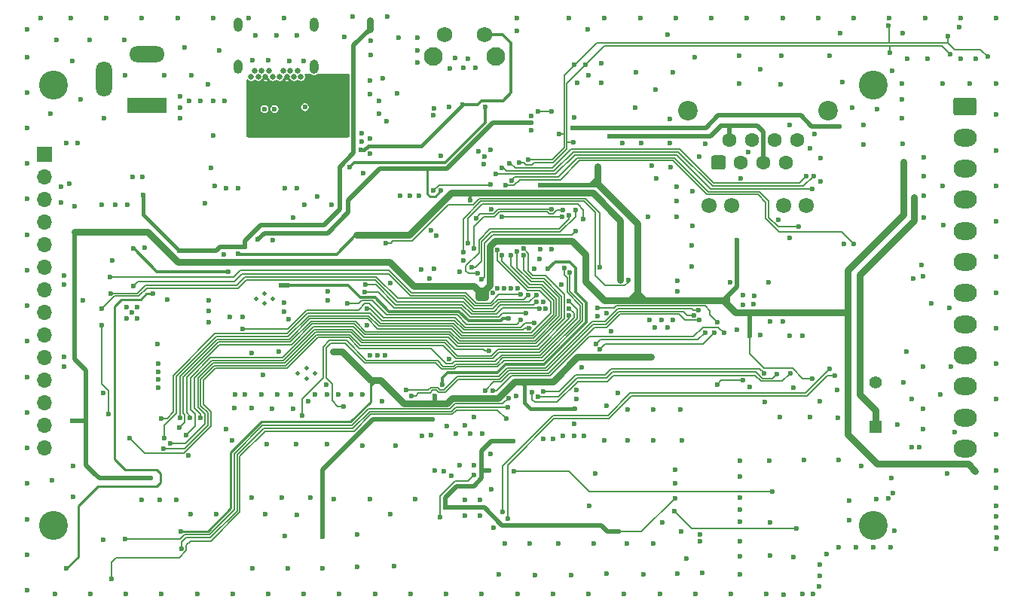
<source format=gbr>
%TF.GenerationSoftware,KiCad,Pcbnew,(5.1.7)-1*%
%TF.CreationDate,2020-11-26T18:08:09+01:00*%
%TF.ProjectId,Sleep_Monitor_2020__V2_0,536c6565-705f-44d6-9f6e-69746f725f32,rev?*%
%TF.SameCoordinates,Original*%
%TF.FileFunction,Copper,L2,Inr*%
%TF.FilePolarity,Positive*%
%FSLAX46Y46*%
G04 Gerber Fmt 4.6, Leading zero omitted, Abs format (unit mm)*
G04 Created by KiCad (PCBNEW (5.1.7)-1) date 2020-11-26 18:08:09*
%MOMM*%
%LPD*%
G01*
G04 APERTURE LIST*
%TA.AperFunction,ComponentPad*%
%ADD10O,2.600000X2.000000*%
%TD*%
%TA.AperFunction,ComponentPad*%
%ADD11C,0.650000*%
%TD*%
%TA.AperFunction,ComponentPad*%
%ADD12O,1.700000X1.700000*%
%TD*%
%TA.AperFunction,ComponentPad*%
%ADD13R,1.700000X1.700000*%
%TD*%
%TA.AperFunction,WasherPad*%
%ADD14C,3.250000*%
%TD*%
%TA.AperFunction,ComponentPad*%
%ADD15R,4.400000X1.800000*%
%TD*%
%TA.AperFunction,ComponentPad*%
%ADD16O,4.000000X1.800000*%
%TD*%
%TA.AperFunction,ComponentPad*%
%ADD17O,1.800000X4.000000*%
%TD*%
%TA.AperFunction,ComponentPad*%
%ADD18C,1.600000*%
%TD*%
%TA.AperFunction,ComponentPad*%
%ADD19C,2.200000*%
%TD*%
%TA.AperFunction,ComponentPad*%
%ADD20C,1.720000*%
%TD*%
%TA.AperFunction,ComponentPad*%
%ADD21C,2.100000*%
%TD*%
%TA.AperFunction,ComponentPad*%
%ADD22C,1.750000*%
%TD*%
%TA.AperFunction,ComponentPad*%
%ADD23R,1.400000X1.400000*%
%TD*%
%TA.AperFunction,ComponentPad*%
%ADD24C,1.400000*%
%TD*%
%TA.AperFunction,ComponentPad*%
%ADD25C,0.500000*%
%TD*%
%TA.AperFunction,ViaPad*%
%ADD26C,0.600000*%
%TD*%
%TA.AperFunction,Conductor*%
%ADD27C,0.304800*%
%TD*%
%TA.AperFunction,Conductor*%
%ADD28C,0.508000*%
%TD*%
%TA.AperFunction,Conductor*%
%ADD29C,0.762000*%
%TD*%
%TA.AperFunction,Conductor*%
%ADD30C,0.381000*%
%TD*%
%TA.AperFunction,Conductor*%
%ADD31C,0.152400*%
%TD*%
%TA.AperFunction,Conductor*%
%ADD32C,0.254000*%
%TD*%
%TA.AperFunction,Conductor*%
%ADD33C,0.203200*%
%TD*%
%TA.AperFunction,Conductor*%
%ADD34C,0.100000*%
%TD*%
G04 APERTURE END LIST*
D10*
%TO.N,/misc/IO_MISC_4*%
%TO.C,J5*%
X139400000Y-80900000D03*
%TO.N,/misc/IO_MISC_3*%
X139400000Y-77400000D03*
%TO.N,/misc/IO_MISC_2*%
X139400000Y-73900000D03*
%TO.N,/misc/IO_MISC_1*%
X139400000Y-70400000D03*
%TO.N,/misc/UART_RX_CONN*%
X139400000Y-66900000D03*
%TO.N,/misc/UART_TX_CONN*%
X139400000Y-63400000D03*
%TO.N,CAN_L*%
X139400000Y-59900000D03*
%TO.N,CAN_H*%
X139400000Y-56400000D03*
%TO.N,GND*%
X139400000Y-52900000D03*
X139400000Y-49400000D03*
%TO.N,Net-(D28-Pad1)*%
X139400000Y-45900000D03*
%TO.N,Net-(D26-Pad1)*%
%TA.AperFunction,ComponentPad*%
G36*
G01*
X138350000Y-41400000D02*
X140450000Y-41400000D01*
G75*
G02*
X140700000Y-41650000I0J-250000D01*
G01*
X140700000Y-43150000D01*
G75*
G02*
X140450000Y-43400000I-250000J0D01*
G01*
X138350000Y-43400000D01*
G75*
G02*
X138100000Y-43150000I0J250000D01*
G01*
X138100000Y-41650000D01*
G75*
G02*
X138350000Y-41400000I250000J0D01*
G01*
G37*
%TD.AperFunction*%
%TD*%
D11*
%TO.N,Net-(D22-Pad1)*%
%TO.C,J3*%
X61200000Y-38380000D03*
%TO.N,Net-(J3-PadB8)*%
X62800000Y-38380000D03*
%TO.N,Net-(J3-PadB3)*%
X60400000Y-38380000D03*
%TO.N,Net-(J3-PadB10)*%
X63600000Y-38380000D03*
%TO.N,Net-(J3-PadB11)*%
X64400000Y-38380000D03*
%TO.N,Net-(J3-PadB2)*%
X59600000Y-38380000D03*
%TO.N,/usbc_power_delivery/D+*%
X61600000Y-39080000D03*
%TO.N,/usbc_power_delivery/D-*%
X62400000Y-39080000D03*
%TO.N,VBUS*%
X63200000Y-39080000D03*
X60800000Y-39080000D03*
%TO.N,N/C*%
X60000000Y-39080000D03*
X64000000Y-39080000D03*
%TO.N,GND*%
X64800000Y-39080000D03*
X59200000Y-39080000D03*
%TA.AperFunction,ComponentPad*%
G36*
G01*
X58230000Y-32900000D02*
X58230000Y-33500000D01*
G75*
G02*
X57730000Y-34000000I-500000J0D01*
G01*
X57730000Y-34000000D01*
G75*
G02*
X57230000Y-33500000I0J500000D01*
G01*
X57230000Y-32900000D01*
G75*
G02*
X57730000Y-32400000I500000J0D01*
G01*
X57730000Y-32400000D01*
G75*
G02*
X58230000Y-32900000I0J-500000D01*
G01*
G37*
%TD.AperFunction*%
%TA.AperFunction,ComponentPad*%
G36*
G01*
X66770000Y-32900000D02*
X66770000Y-33500000D01*
G75*
G02*
X66270000Y-34000000I-500000J0D01*
G01*
X66270000Y-34000000D01*
G75*
G02*
X65770000Y-33500000I0J500000D01*
G01*
X65770000Y-32900000D01*
G75*
G02*
X66270000Y-32400000I500000J0D01*
G01*
X66270000Y-32400000D01*
G75*
G02*
X66770000Y-32900000I0J-500000D01*
G01*
G37*
%TD.AperFunction*%
%TA.AperFunction,ComponentPad*%
G36*
G01*
X58230000Y-37630000D02*
X58230000Y-38230000D01*
G75*
G02*
X57730000Y-38730000I-500000J0D01*
G01*
X57730000Y-38730000D01*
G75*
G02*
X57230000Y-38230000I0J500000D01*
G01*
X57230000Y-37630000D01*
G75*
G02*
X57730000Y-37130000I500000J0D01*
G01*
X57730000Y-37130000D01*
G75*
G02*
X58230000Y-37630000I0J-500000D01*
G01*
G37*
%TD.AperFunction*%
%TA.AperFunction,ComponentPad*%
G36*
G01*
X66770000Y-37630000D02*
X66770000Y-38230000D01*
G75*
G02*
X66270000Y-38730000I-500000J0D01*
G01*
X66270000Y-38730000D01*
G75*
G02*
X65770000Y-38230000I0J500000D01*
G01*
X65770000Y-37630000D01*
G75*
G02*
X66270000Y-37130000I500000J0D01*
G01*
X66270000Y-37130000D01*
G75*
G02*
X66770000Y-37630000I0J-500000D01*
G01*
G37*
%TD.AperFunction*%
%TD*%
D12*
%TO.N,Net-(R115-Pad1)*%
%TO.C,U29*%
X36000000Y-52880000D03*
%TO.N,Net-(R118-Pad2)*%
X36000000Y-65580000D03*
%TO.N,Net-(RA3-Pad2)*%
X36000000Y-57960000D03*
%TO.N,Net-(R119-Pad2)*%
X36000000Y-68120000D03*
%TO.N,Net-(RA1-Pad2)*%
X36000000Y-78280000D03*
%TO.N,GND*%
X36000000Y-50340000D03*
%TO.N,Net-(RA1-Pad3)*%
X36000000Y-75740000D03*
%TO.N,Net-(RA3-Pad1)*%
X36000000Y-60500000D03*
%TO.N,Net-(R117-Pad1)*%
X36000000Y-73200000D03*
%TO.N,Net-(RA2-Pad1)*%
X36000000Y-70660000D03*
%TO.N,Net-(RA2-Pad4)*%
X36000000Y-63040000D03*
D13*
%TO.N,+3V3_LP*%
X36000000Y-47800000D03*
D12*
%TO.N,Net-(R116-Pad2)*%
X36000000Y-80820000D03*
%TO.N,Net-(RA3-Pad3)*%
X36000000Y-55420000D03*
D14*
%TO.N,*%
X129100000Y-40000000D03*
X129100000Y-89500000D03*
X37000000Y-89500000D03*
X37000000Y-40000000D03*
%TD*%
D15*
%TO.N,Net-(J1-Pad1)*%
%TO.C,J1*%
X47500000Y-42300000D03*
D16*
%TO.N,GND*%
X47500000Y-36500000D03*
D17*
X42700000Y-39300000D03*
%TD*%
%TO.N,/com/ETH_TX+*%
%TO.C,U27*%
%TA.AperFunction,ComponentPad*%
G36*
G01*
X112500000Y-48148000D02*
X112500000Y-49252000D01*
G75*
G02*
X112252000Y-49500000I-248000J0D01*
G01*
X111148000Y-49500000D01*
G75*
G02*
X110900000Y-49252000I0J248000D01*
G01*
X110900000Y-48148000D01*
G75*
G02*
X111148000Y-47900000I248000J0D01*
G01*
X112252000Y-47900000D01*
G75*
G02*
X112500000Y-48148000I0J-248000D01*
G01*
G37*
%TD.AperFunction*%
D18*
%TO.N,+3V3_LP*%
X112970000Y-46160000D03*
%TO.N,/com/ETH_TX-*%
X114240000Y-48700000D03*
%TO.N,/com/ETH_RX+*%
X115510000Y-46160000D03*
%TO.N,+3V3_LP*%
X116780000Y-48700000D03*
%TO.N,/com/ETH_RX-*%
X118050000Y-46160000D03*
%TO.N,N/C*%
X119320000Y-48700000D03*
%TO.N,GND*%
X120590000Y-46160000D03*
D19*
X108245000Y-42860000D03*
X124045000Y-42860000D03*
D20*
%TO.N,Net-(R111-Pad2)*%
X113220000Y-53530000D03*
%TO.N,Net-(R107-Pad2)*%
X119070000Y-53530000D03*
%TO.N,Net-(R108-Pad2)*%
X110680000Y-53530000D03*
%TO.N,Net-(R112-Pad2)*%
X121610000Y-53530000D03*
%TD*%
D21*
%TO.N,*%
%TO.C,SW1*%
X79650000Y-36790000D03*
D22*
%TO.N,Net-(R32-Pad2)*%
X80900000Y-34300000D03*
%TO.N,+3V3*%
X85400000Y-34300000D03*
D21*
%TO.N,*%
X86660000Y-36790000D03*
%TD*%
D23*
%TO.N,+5V*%
%TO.C,BZ1*%
X129330000Y-78420000D03*
D24*
%TO.N,Net-(BZ1-Pad2)*%
X129330000Y-73420000D03*
%TD*%
D25*
%TO.N,GND*%
%TO.C,U17*%
X66350000Y-72400000D03*
X65400000Y-72975000D03*
X65400000Y-71825000D03*
X64450000Y-72400000D03*
%TD*%
%TO.N,GND*%
%TO.C,U19*%
X59750000Y-64000000D03*
X60700000Y-63425000D03*
X60700000Y-64575000D03*
X61650000Y-64000000D03*
%TD*%
D26*
%TO.N,GND*%
X45200000Y-66200000D03*
X46400000Y-66200000D03*
X45200000Y-65000000D03*
X51200000Y-43700000D03*
X142900000Y-88500000D03*
X65230000Y-42490000D03*
X51200000Y-42500000D03*
X51200000Y-41300000D03*
X52200000Y-41800000D03*
X53500000Y-41800000D03*
X54900000Y-41800000D03*
X56200000Y-41800000D03*
X47000000Y-50300000D03*
X45900000Y-50300000D03*
X48700000Y-69100000D03*
X48720000Y-71320000D03*
X48720000Y-74020000D03*
X46400000Y-65000000D03*
X38200000Y-70600000D03*
X38200000Y-71700000D03*
X38400000Y-46500000D03*
X39700000Y-46500000D03*
X60320000Y-74800000D03*
X62120000Y-74820000D03*
X63620000Y-74820000D03*
X57400000Y-74800000D03*
X58500000Y-74800000D03*
X67700000Y-74800000D03*
X69000000Y-74800000D03*
X70400000Y-74800000D03*
X67600000Y-73700000D03*
X71700000Y-74800000D03*
X56800000Y-66100000D03*
X58200000Y-66100000D03*
X62900000Y-65500000D03*
X62900000Y-64500000D03*
X73400000Y-70400000D03*
X37800000Y-51400000D03*
X38200000Y-61400000D03*
X38200000Y-62400000D03*
X59300000Y-70100000D03*
X62300000Y-70000000D03*
X74230000Y-70400000D03*
X81430000Y-70791768D03*
X48720000Y-72220000D03*
X37800000Y-53210000D03*
X72530000Y-39460000D03*
X72530000Y-41010000D03*
X73530000Y-43210000D03*
X73530000Y-41810000D03*
X75640000Y-40920000D03*
X72630000Y-36610000D03*
X71830000Y-49910000D03*
X72530000Y-47710000D03*
X71630000Y-45410000D03*
X71630000Y-46310000D03*
X74030000Y-39210000D03*
X54420000Y-66690000D03*
X54430000Y-65410000D03*
X54430000Y-64210000D03*
X98140000Y-66000000D03*
X92030000Y-64380000D03*
X80530000Y-47940000D03*
X85190000Y-79230000D03*
X83190000Y-78230000D03*
X81190000Y-78330000D03*
X103990000Y-66430000D03*
X105290000Y-66430000D03*
X106590000Y-66430000D03*
X105990000Y-67230000D03*
X104590000Y-67230000D03*
X75960000Y-52420000D03*
X77080000Y-52440000D03*
X78090000Y-52430000D03*
X98520000Y-39720000D03*
X98520000Y-37520000D03*
X95820000Y-39720000D03*
X97120000Y-38920000D03*
X95520000Y-43620000D03*
X84720000Y-47420000D03*
X82620000Y-82720000D03*
X84220000Y-82720000D03*
X91720000Y-58420000D03*
X92920000Y-58420000D03*
X91020000Y-60620000D03*
X91620000Y-59520000D03*
X72520000Y-70420000D03*
X114490000Y-64690000D03*
X114490000Y-63630000D03*
X115720000Y-63660000D03*
X115660000Y-64670000D03*
X65620000Y-75520000D03*
X60520000Y-72620000D03*
X34020000Y-36820000D03*
X34020000Y-40820000D03*
X34020000Y-44820000D03*
X34020000Y-48820000D03*
X34020000Y-52820000D03*
X34020000Y-56820000D03*
X34020000Y-60820000D03*
X34020000Y-64820000D03*
X34020000Y-68820000D03*
X34020000Y-72820000D03*
X34020000Y-76820000D03*
X34020000Y-80820000D03*
X34020000Y-84820000D03*
X34020000Y-88820000D03*
X34020000Y-92820000D03*
X34020000Y-96820000D03*
X37120000Y-97220000D03*
X41120000Y-97220000D03*
X45120000Y-97220000D03*
X49120000Y-97220000D03*
X53120000Y-97220000D03*
X57120000Y-97220000D03*
X61120000Y-97220000D03*
X65120000Y-97220000D03*
X69120000Y-97220000D03*
X73120000Y-97220000D03*
X77120000Y-97220000D03*
X81120000Y-97220000D03*
X85120000Y-97220000D03*
X89120000Y-97220000D03*
X93120000Y-97220000D03*
X97120000Y-97220000D03*
X101120000Y-97220000D03*
X105120000Y-97220000D03*
X109120000Y-97220000D03*
X113120000Y-97220000D03*
X117120000Y-97220000D03*
X121120000Y-97220000D03*
X123020000Y-96420000D03*
X123120000Y-93920000D03*
X125220000Y-92020000D03*
X127120000Y-92020000D03*
X129120000Y-92020000D03*
X131020000Y-92020000D03*
X131520000Y-90120000D03*
X143020000Y-90920000D03*
X142920000Y-87320000D03*
X142920000Y-83320000D03*
X142920000Y-79320000D03*
X142920000Y-75320000D03*
X142920000Y-71320000D03*
X142920000Y-67320000D03*
X142920000Y-63320000D03*
X142920000Y-59320000D03*
X142920000Y-55320000D03*
X142920000Y-51320000D03*
X142920000Y-47320000D03*
X142920000Y-43320000D03*
X142920000Y-85320000D03*
X142920000Y-39820000D03*
X139920000Y-39820000D03*
X136920000Y-39820000D03*
X131220000Y-38420000D03*
X132920000Y-37020000D03*
X135220000Y-37020000D03*
X138920000Y-37020000D03*
X140620000Y-37020000D03*
X142920000Y-32420000D03*
X138920000Y-32420000D03*
X134920000Y-32420000D03*
X130920000Y-32420000D03*
X126920000Y-32420000D03*
X122920000Y-32420000D03*
X118920000Y-32420000D03*
X114920000Y-32420000D03*
X110920000Y-32420000D03*
X106920000Y-32420000D03*
X102920000Y-32420000D03*
X98920000Y-32420000D03*
X62920000Y-32420000D03*
X58920000Y-32420000D03*
X54920000Y-32420000D03*
X50920000Y-32420000D03*
X46920000Y-32420000D03*
X42920000Y-32420000D03*
X38920000Y-32420000D03*
X34020000Y-33720000D03*
X35520000Y-32420000D03*
X94920000Y-32420000D03*
X89020000Y-32420000D03*
X89020000Y-33920000D03*
X81500000Y-38100000D03*
X83020000Y-38020000D03*
X84420000Y-38020000D03*
X77920000Y-34620000D03*
X77920000Y-36120000D03*
X77920000Y-37420000D03*
X37320000Y-34920000D03*
X41020000Y-34920000D03*
X44920000Y-34920000D03*
X39120000Y-37320000D03*
X36620000Y-43220000D03*
X40020000Y-41620000D03*
X45020000Y-38920000D03*
X49420000Y-38920000D03*
X51720000Y-35720000D03*
X55620000Y-36120000D03*
X52520000Y-38920000D03*
X54320000Y-39920000D03*
X59720000Y-34420000D03*
X62020000Y-34420000D03*
X64320000Y-34420000D03*
X59320000Y-37220000D03*
X61120000Y-37220000D03*
X63520000Y-37320000D03*
X65120000Y-37320000D03*
X54720000Y-49320000D03*
X45320000Y-53420000D03*
X43920000Y-53420000D03*
X42420000Y-53420000D03*
X59320000Y-94320000D03*
X63320000Y-94320000D03*
X67220000Y-94320000D03*
X71120000Y-94220000D03*
X75220000Y-94120000D03*
X87020000Y-95020000D03*
X91120000Y-95120000D03*
X95120000Y-95120000D03*
X99120000Y-94920000D03*
X103320000Y-95020000D03*
X107120000Y-94920000D03*
X114120000Y-82220000D03*
X114120000Y-84020000D03*
X114120000Y-86420000D03*
X114120000Y-87720000D03*
X114120000Y-89120000D03*
X114120000Y-91320000D03*
X109620000Y-91320000D03*
X109620000Y-90520000D03*
X114120000Y-93020000D03*
X114120000Y-95020000D03*
X108120000Y-93220000D03*
X109920000Y-94820000D03*
X117520000Y-92920000D03*
X120120000Y-93120000D03*
X117520000Y-89220000D03*
X117420000Y-82220000D03*
X83220000Y-86620000D03*
X84920000Y-86620000D03*
X84920000Y-88420000D03*
X83220000Y-88420000D03*
X86220000Y-85420000D03*
X86420000Y-89820000D03*
X45800000Y-65600000D03*
X57320000Y-76320000D03*
X59220000Y-76320000D03*
X61520000Y-76420000D03*
X63920000Y-76420000D03*
X87720000Y-91520000D03*
X90520000Y-91520000D03*
X93720000Y-91520000D03*
X97720000Y-91520000D03*
X101420000Y-91520000D03*
X104420000Y-91520000D03*
X107520000Y-90220000D03*
X105420000Y-89220000D03*
X106820000Y-83220000D03*
X106820000Y-84820000D03*
X59220000Y-86420000D03*
X65820000Y-86420000D03*
X62620000Y-86420000D03*
X60820000Y-88220000D03*
X64320000Y-88320000D03*
X63020000Y-90720000D03*
X68520000Y-86520000D03*
X72520000Y-86520000D03*
X77620000Y-86520000D03*
X74820000Y-88220000D03*
X71120000Y-90520000D03*
X95720000Y-75320000D03*
X95720000Y-74320000D03*
X100420000Y-74620000D03*
X99120000Y-76020000D03*
X82220000Y-79220000D03*
X83820000Y-79220000D03*
X80020000Y-56920000D03*
X94080000Y-62420000D03*
X98920000Y-79920000D03*
X101520000Y-79920000D03*
X104420000Y-79920000D03*
X107620000Y-79920000D03*
X107420000Y-76520000D03*
X101520000Y-76520000D03*
X104420000Y-76520000D03*
X96620000Y-79420000D03*
X93120000Y-79820000D03*
X72620000Y-35020000D03*
X74520000Y-32320000D03*
X70620000Y-32320000D03*
X132320000Y-39820000D03*
X92320000Y-65120000D03*
X39320000Y-53620000D03*
X47220000Y-58320000D03*
X43620000Y-59720000D03*
X48720000Y-73120000D03*
X39220000Y-82820000D03*
X39220000Y-86320000D03*
X36820000Y-84420000D03*
X50820000Y-86620000D03*
X46920000Y-86620000D03*
X48920000Y-86620000D03*
X52420000Y-88220000D03*
X55320000Y-88220000D03*
X60920000Y-80420000D03*
X64220000Y-80420000D03*
X67720000Y-80420000D03*
X73920000Y-75520000D03*
X71720000Y-80520000D03*
X75420000Y-80520000D03*
X67820000Y-64220000D03*
X67820000Y-63220000D03*
X65220000Y-53420000D03*
X68220000Y-53420000D03*
X66620000Y-52520000D03*
X55120000Y-51320000D03*
X82120000Y-36920000D03*
X83520000Y-37020000D03*
X97020000Y-33720000D03*
X106020000Y-34320000D03*
X109020000Y-36820000D03*
X114020000Y-36720000D03*
X118820000Y-36720000D03*
X124220000Y-36720000D03*
X125620000Y-39620000D03*
X118720000Y-39920000D03*
X114020000Y-39820000D03*
X116420000Y-38220000D03*
X104620000Y-40520000D03*
X102320000Y-42520000D03*
X102420000Y-38520000D03*
X106620000Y-38520000D03*
X106220000Y-43820000D03*
X123220000Y-48220000D03*
X122020000Y-47120000D03*
X119720000Y-44520000D03*
X122520000Y-45520000D03*
X134820000Y-48120000D03*
X134820000Y-50220000D03*
X134820000Y-52420000D03*
X134820000Y-54920000D03*
X136920000Y-51320000D03*
X134720000Y-61520000D03*
X137620000Y-65020000D03*
X135620000Y-64520000D03*
X132520000Y-73420000D03*
X134720000Y-71620000D03*
X137820000Y-71620000D03*
X136620000Y-74820000D03*
X133420000Y-75320000D03*
X134720000Y-76420000D03*
X131820000Y-78220000D03*
X134720000Y-78720000D03*
X138220000Y-79020000D03*
X126420000Y-88920000D03*
X126420000Y-86720000D03*
X129420000Y-86520000D03*
X131120000Y-84220000D03*
X121320000Y-82120000D03*
X125220000Y-82120000D03*
X116920000Y-75620000D03*
X118620000Y-77320000D03*
X125120000Y-77420000D03*
X122020000Y-77320000D03*
X125020000Y-74320000D03*
X123120000Y-75520000D03*
X120120000Y-74020000D03*
X115220000Y-73920000D03*
X117520000Y-66620000D03*
X118920000Y-66620000D03*
X119720000Y-68220000D03*
X121120000Y-68220000D03*
X107120000Y-62020000D03*
X108720000Y-60420000D03*
X108720000Y-58020000D03*
X108820000Y-55820000D03*
X107020000Y-54820000D03*
X107020000Y-53020000D03*
X107020000Y-51420000D03*
X104720000Y-50520000D03*
X106320000Y-49220000D03*
X104220000Y-49020000D03*
X108820000Y-51920000D03*
X109520000Y-48020000D03*
X110220000Y-46620000D03*
X100920000Y-46520000D03*
X103020000Y-46520000D03*
X106220000Y-46520000D03*
X132320000Y-41620000D03*
X132320000Y-43720000D03*
X132420000Y-46620000D03*
X129520000Y-42720000D03*
X126720000Y-42520000D03*
X128020000Y-44520000D03*
X128020000Y-46720000D03*
X123220000Y-50820000D03*
X127720000Y-82820000D03*
X107120000Y-63220000D03*
X123820000Y-92720000D03*
X123120000Y-95220000D03*
X122320000Y-97220000D03*
X119020000Y-97320000D03*
X95520000Y-78120000D03*
X95520000Y-79420000D03*
X94220000Y-79420000D03*
X92020000Y-79820000D03*
X99620000Y-67720000D03*
X96300000Y-71710000D03*
X84250000Y-77320000D03*
%TO.N,Net-(BT1-Pad1)*%
X80660000Y-73680000D03*
X67210000Y-90820000D03*
X92570000Y-60690000D03*
X79610000Y-77570000D03*
X67210000Y-89260000D03*
X67220000Y-90050000D03*
%TO.N,+5V*%
X63300000Y-62500000D03*
X63430000Y-66330000D03*
X51140000Y-58650000D03*
X47030000Y-52390000D03*
X72530000Y-33730000D03*
X62520000Y-62500000D03*
X58470000Y-58230000D03*
X88130000Y-66260000D03*
X133710000Y-52620000D03*
X127570000Y-71410000D03*
X127580000Y-62620000D03*
X72530000Y-32680000D03*
%TO.N,+V_EXT*%
X72550000Y-46020000D03*
X54920000Y-45640000D03*
%TO.N,V_USB_ADC*%
X91560000Y-65150000D03*
X72040000Y-62470000D03*
%TO.N,VUSB_PD_SUPPLY*%
X63000000Y-51600000D03*
X70230000Y-49210000D03*
X85470000Y-42410000D03*
%TO.N,V_EXT_ADC*%
X90040000Y-65680000D03*
X72000000Y-63250000D03*
%TO.N,Net-(C11-Pad1)*%
X57700000Y-51600000D03*
%TO.N,Net-(C12-Pad1)*%
X64300000Y-51600000D03*
%TO.N,+VSYS*%
X59923680Y-57383680D03*
X80530000Y-51870000D03*
X125290000Y-44620000D03*
X95360000Y-44820000D03*
X90680000Y-44260000D03*
%TO.N,+3V3*%
X66400000Y-74830000D03*
X79800000Y-74920000D03*
X95560000Y-76360000D03*
X68400000Y-70000000D03*
X69400000Y-70000000D03*
X100700000Y-61900000D03*
X46000000Y-58400000D03*
X56600000Y-60960000D03*
X51300000Y-90180000D03*
X71000000Y-56880000D03*
X71720000Y-56890000D03*
X57710000Y-59000000D03*
X83830000Y-52910000D03*
X71530000Y-47310000D03*
X82960000Y-42180000D03*
X77310000Y-56520000D03*
X96470000Y-52120000D03*
X104170000Y-70600000D03*
%TO.N,SYS_CUR_ADC*%
X89490000Y-66370000D03*
X69990000Y-64580000D03*
%TO.N,/mcu/BOOT0*%
X91400000Y-42950000D03*
X92920000Y-42940000D03*
%TO.N,+VSYS_LIM*%
X38450000Y-94360000D03*
X48190000Y-63460000D03*
%TO.N,BAT_MEASURE_ADC*%
X51360000Y-92150000D03*
X88040000Y-76210000D03*
%TO.N,VBUS*%
X68300000Y-45400000D03*
X67500000Y-41500000D03*
X65200000Y-41500000D03*
X65200000Y-43500000D03*
X59500000Y-42700000D03*
X69400000Y-41400000D03*
X67500000Y-39600000D03*
X74410000Y-44080000D03*
X67320000Y-43420000D03*
X69320000Y-43720000D03*
X68320000Y-43720000D03*
%TO.N,SD_DETECT*%
X103790000Y-54800000D03*
X85100000Y-61870000D03*
X95640000Y-56450000D03*
%TO.N,IO_UART_RX*%
X88430000Y-50730000D03*
X120730000Y-55920000D03*
%TO.N,/misc/IO_MISC_1*%
X88690000Y-83440000D03*
X117800000Y-85700000D03*
%TO.N,/misc/IO_MISC_2*%
X106790000Y-87950000D03*
X120430000Y-89870000D03*
%TO.N,/mcu/SWCLK*%
X79380000Y-56320000D03*
%TO.N,/mcu/UART_DBG_TX*%
X79240000Y-61760000D03*
%TO.N,/mcu/UART_DBG_RX*%
X82620000Y-60990000D03*
%TO.N,/mcu/SWDIO*%
X83040000Y-59760000D03*
%TO.N,CAN_L*%
X137020000Y-55700000D03*
%TO.N,VEXT_SWITCH_PWM*%
X54000000Y-53320000D03*
X56140000Y-59010000D03*
%TO.N,SYS_PWR_DETECT*%
X74320000Y-57750000D03*
X98380000Y-60490000D03*
%TO.N,BUZZER*%
X88970000Y-74940000D03*
X114420000Y-73220000D03*
X111560000Y-73660000D03*
%TO.N,SENS_SCL*%
X89300000Y-48690000D03*
X95370000Y-46430000D03*
X96750000Y-37750000D03*
X130930000Y-36330000D03*
X137770000Y-36530000D03*
%TO.N,SENS_SDA*%
X90300000Y-48390000D03*
X93790000Y-45520000D03*
X95510000Y-37740000D03*
X130840000Y-33310000D03*
X137500000Y-34510000D03*
X141950000Y-36800000D03*
%TO.N,CHARGER_ENABLE*%
X42400000Y-65180000D03*
X91240000Y-64400000D03*
%TO.N,CHARGER_BOOST_EN*%
X43340000Y-61570000D03*
X89500000Y-63560000D03*
%TO.N,CHARGER_STAT*%
X45990000Y-62580000D03*
X90330000Y-63600000D03*
%TO.N,CHARGER_PG*%
X43400000Y-63410000D03*
X91220000Y-63610000D03*
%TO.N,5V_SUPPLY_EN*%
X58240000Y-67410000D03*
X90970000Y-66750000D03*
%TO.N,BAT_MEASURE_EN*%
X45000000Y-91020000D03*
X88120000Y-75210000D03*
%TO.N,USBC_PD_SCL*%
X86870000Y-62850000D03*
X85370000Y-48850000D03*
%TO.N,USBC_PD_SDA*%
X86340000Y-63400000D03*
X85380000Y-48010000D03*
%TO.N,USBC_PD_RST*%
X87630000Y-62860000D03*
X86100000Y-47280000D03*
%TO.N,RMII_REF_CLK*%
X97920000Y-69120000D03*
X110250000Y-67810000D03*
%TO.N,BLE_UART_RX*%
X134260000Y-80760000D03*
X79390000Y-79390000D03*
%TO.N,BLE_UART_TX*%
X78390000Y-79430000D03*
X133390000Y-80730000D03*
%TO.N,RMII_RX_ER*%
X86320000Y-74340000D03*
X112330000Y-67890000D03*
%TO.N,RMII_RX_D0*%
X118280000Y-72480000D03*
X91390000Y-75030000D03*
%TO.N,RMII_RX_D1*%
X119780000Y-72430000D03*
X90790000Y-74530000D03*
%TO.N,RMII_CRS_DV*%
X116850000Y-72390000D03*
X92020000Y-74480000D03*
%TO.N,CAN_STB*%
X122210000Y-51660000D03*
X86700000Y-50000000D03*
%TO.N,T_IRQ*%
X87400000Y-59110000D03*
X49440000Y-79670000D03*
%TO.N,IO_UART_TX*%
X87830000Y-51260000D03*
X134560000Y-60200000D03*
X126920000Y-57860000D03*
%TO.N,IO_DIGITAL_1*%
X87440000Y-88030000D03*
X132840000Y-70000000D03*
X124210000Y-71910000D03*
%TO.N,IO_DIGITAL_2*%
X88020000Y-88800000D03*
X124750000Y-72650000D03*
%TO.N,LED_G_PWM*%
X75740000Y-34640000D03*
%TO.N,LED_R_PWM*%
X69650000Y-34600000D03*
%TO.N,D_MOSI*%
X89820000Y-59140000D03*
X52330000Y-77410000D03*
%TO.N,D_MISO*%
X89790000Y-58360000D03*
X51910000Y-79380000D03*
%TO.N,D_SCK*%
X89100000Y-58740000D03*
X51150000Y-78510000D03*
%TO.N,D_DC_RS*%
X88410000Y-59090000D03*
X51180000Y-77390000D03*
%TO.N,SD_CMD*%
X94130000Y-54830000D03*
X87400000Y-54790000D03*
%TO.N,CAN_TX*%
X88200000Y-48790000D03*
X121560000Y-50240000D03*
%TO.N,CAN_RX*%
X87400000Y-49290000D03*
X122400000Y-50200000D03*
%TO.N,SD_CLK*%
X94230000Y-54030000D03*
X84250000Y-58370000D03*
%TO.N,SD_D3*%
X92930000Y-53930000D03*
X84450000Y-54950000D03*
%TO.N,SD_D2*%
X86200000Y-53940000D03*
%TO.N,USBC_D-*%
X78300000Y-60700000D03*
X79780000Y-60690000D03*
%TO.N,SD_D1*%
X83980000Y-60450000D03*
X95630000Y-54030000D03*
%TO.N,SD_D0*%
X84620000Y-61160000D03*
X94930000Y-54630000D03*
%TO.N,RMII_TX_D1*%
X76580000Y-74290000D03*
X109480000Y-65350000D03*
%TO.N,RMII_TX_D0*%
X77180000Y-74920000D03*
X108960000Y-65910000D03*
%TO.N,RMII_TX_EN*%
X85530000Y-74340000D03*
X109550000Y-66450000D03*
%TO.N,SENS_IMU_INT1*%
X83570000Y-57790000D03*
X96520000Y-55030000D03*
%TO.N,D_LED*%
X85910000Y-69920000D03*
X53490000Y-77390000D03*
%TO.N,USBC_PD_PDO2_OK*%
X88400000Y-62850000D03*
X81410000Y-42470000D03*
%TO.N,USBC_PD_EN_SINK*%
X89170000Y-62830000D03*
X86100000Y-51190000D03*
X79670000Y-51870000D03*
%TO.N,RMII_MDIO*%
X98390000Y-69740000D03*
X111220000Y-67820000D03*
%TO.N,RMII_MDC*%
X98160000Y-65070000D03*
X111590000Y-66640000D03*
%TO.N,T_CS*%
X94930000Y-64310000D03*
X45500000Y-79710000D03*
%TO.N,SENS_MIC_DATA*%
X95010000Y-61070000D03*
X69550000Y-76120000D03*
%TO.N,SENS_MIC_CLK*%
X94380000Y-60540000D03*
X64920000Y-77180000D03*
%TO.N,+3V3_LP*%
X40300000Y-56500000D03*
X39400000Y-56500000D03*
X85500000Y-63900000D03*
X84800000Y-63900000D03*
X39120000Y-77740000D03*
X47910000Y-84230000D03*
X85500000Y-63140000D03*
X84770000Y-63150000D03*
X38730000Y-51110000D03*
X67770000Y-59860000D03*
X98110000Y-49130000D03*
X96490000Y-51260000D03*
X125390000Y-34130000D03*
X138720000Y-33500000D03*
X132420000Y-34170000D03*
X91700000Y-51250000D03*
X99440000Y-45750000D03*
X112070000Y-44560000D03*
X115225000Y-68205000D03*
X113760000Y-57430000D03*
X122230000Y-72990000D03*
X80980000Y-87510000D03*
X100500000Y-90220000D03*
X106820000Y-86490000D03*
X85960000Y-83360000D03*
X142940000Y-89740000D03*
X140580000Y-83420000D03*
X88660000Y-80030000D03*
X132460000Y-48630000D03*
X119710000Y-57150000D03*
X126200000Y-61690000D03*
%TO.N,3V3_LP_SWITCH*%
X72180000Y-67020000D03*
X72180000Y-65110000D03*
X90440000Y-67310000D03*
%TO.N,3V3_LP_PRECHARGE*%
X74860000Y-62290000D03*
%TO.N,BLE_RST*%
X137410000Y-83650000D03*
X86110000Y-81470000D03*
%TO.N,/usbc_power_delivery/D+*%
X61830000Y-42690000D03*
%TO.N,/com/ETH_RX-*%
X115020000Y-47520000D03*
%TO.N,/com/ETH_TX-*%
X114230000Y-50460000D03*
%TO.N,Net-(J1-Pad1)*%
X42670000Y-43710000D03*
%TO.N,/misc/UART_RX_CONN*%
X125790000Y-57900000D03*
X133580000Y-61740000D03*
%TO.N,Net-(C11-Pad2)*%
X56400000Y-51600000D03*
%TO.N,Net-(R12-Pad1)*%
X61617860Y-57406540D03*
X63950000Y-54920000D03*
%TO.N,/mcu/NRST*%
X99140000Y-65630000D03*
X101600000Y-61910000D03*
X83040000Y-58820000D03*
%TO.N,Net-(D22-Pad1)*%
X79630000Y-43410000D03*
X90700000Y-45070000D03*
%TO.N,Net-(R99-Pad1)*%
X130760000Y-86500000D03*
%TO.N,Net-(R100-Pad1)*%
X131340000Y-85850000D03*
%TO.N,GPIO_EXP_MISO*%
X94930000Y-65110000D03*
X49350000Y-80860000D03*
X52180000Y-81670000D03*
X81670000Y-83940000D03*
%TO.N,GPIO_EXP_MOSI*%
X94930000Y-65910000D03*
X50119999Y-80319999D03*
X56370000Y-78710000D03*
X80830000Y-83410000D03*
%TO.N,GPIO_EXP_SCK*%
X86860000Y-58540000D03*
X49080000Y-77470000D03*
X57080000Y-79990000D03*
X79870000Y-83360000D03*
%TO.N,Net-(C52-Pad1)*%
X49770000Y-64130000D03*
X40310000Y-64170000D03*
%TO.N,Net-(C57-Pad1)*%
X42560000Y-74610000D03*
X42620000Y-91120000D03*
%TO.N,Net-(C74-Pad1)*%
X117380000Y-62190000D03*
X112990000Y-62210000D03*
%TO.N,Net-(D14-Pad2)*%
X43470000Y-95500000D03*
X87890000Y-77530000D03*
%TO.N,Net-(D21-Pad1)*%
X60700000Y-42700000D03*
X90660000Y-43490000D03*
X79710000Y-42600000D03*
%TO.N,Net-(R56-Pad1)*%
X42420000Y-66970000D03*
X43160000Y-76960000D03*
%TO.N,Net-(R87-Pad1)*%
X142900000Y-92150000D03*
%TO.N,Net-(R98-Pad2)*%
X113810000Y-67510000D03*
X116440000Y-68090000D03*
%TO.N,Net-(R153-Pad1)*%
X97900000Y-83680000D03*
X97150000Y-87360000D03*
%TO.N,Net-(R108-Pad2)*%
X118430000Y-55120000D03*
%TO.N,Net-(R121-Pad1)*%
X84230000Y-83880000D03*
X80420000Y-88610000D03*
%TD*%
D27*
%TO.N,Net-(BT1-Pad1)*%
X80660000Y-72940000D02*
X80660000Y-73680000D01*
X86880000Y-72320000D02*
X81280000Y-72320000D01*
X92130000Y-71390000D02*
X87810000Y-71390000D01*
X96860000Y-66660000D02*
X92130000Y-71390000D01*
X96860000Y-64490000D02*
X96860000Y-66660000D01*
X87810000Y-71390000D02*
X86880000Y-72320000D01*
X81280000Y-72320000D02*
X80660000Y-72940000D01*
X92570000Y-60690000D02*
X92570000Y-60670000D01*
X92570000Y-60670000D02*
X93340000Y-59900000D01*
X93340000Y-59900000D02*
X95010000Y-59900000D01*
X95010000Y-59900000D02*
X95660000Y-60550000D01*
X95660000Y-60550000D02*
X95660000Y-63290000D01*
X95660000Y-63290000D02*
X96860000Y-64490000D01*
D28*
X67210000Y-84660000D02*
X67210000Y-89260000D01*
X79610000Y-77570000D02*
X79600000Y-77580000D01*
X79600000Y-77580000D02*
X72860000Y-77580000D01*
X67210000Y-83230000D02*
X67210000Y-84660000D01*
X72860000Y-77580000D02*
X67210000Y-83230000D01*
X67210000Y-90040000D02*
X67220000Y-90050000D01*
X67210000Y-89260000D02*
X67210000Y-90040000D01*
X67210000Y-90060000D02*
X67210000Y-90820000D01*
X67220000Y-90050000D02*
X67210000Y-90060000D01*
%TO.N,+5V*%
X55710000Y-58230000D02*
X58470000Y-58230000D01*
X55290000Y-58650000D02*
X55710000Y-58230000D01*
X51140000Y-58650000D02*
X55290000Y-58650000D01*
X62520000Y-62500000D02*
X63300000Y-62500000D01*
D27*
X87280000Y-66470000D02*
X87490000Y-66260000D01*
X83600000Y-66470000D02*
X87280000Y-66470000D01*
X82570000Y-65440000D02*
X83600000Y-66470000D01*
X74690000Y-65440000D02*
X82570000Y-65440000D01*
X73110000Y-63860000D02*
X74690000Y-65440000D01*
X71450000Y-63860000D02*
X73110000Y-63860000D01*
X70090000Y-62500000D02*
X71450000Y-63860000D01*
X87490000Y-66260000D02*
X88130000Y-66260000D01*
X62520000Y-62500000D02*
X70090000Y-62500000D01*
D28*
X70730000Y-47650000D02*
X70730000Y-35530000D01*
X69130000Y-49250000D02*
X70730000Y-47650000D01*
X69130000Y-53980000D02*
X69130000Y-49250000D01*
X60260000Y-55730000D02*
X67380000Y-55730000D01*
X70730000Y-35530000D02*
X72530000Y-33730000D01*
X67380000Y-55730000D02*
X69130000Y-53980000D01*
X58470000Y-57520000D02*
X60260000Y-55730000D01*
X58470000Y-58230000D02*
X58470000Y-57520000D01*
D29*
X129330000Y-76570000D02*
X129330000Y-78420000D01*
X127580000Y-61350000D02*
X127580000Y-62620000D01*
X133710000Y-55220000D02*
X127580000Y-61350000D01*
X127580000Y-74820000D02*
X129330000Y-76570000D01*
X133710000Y-52620000D02*
X133710000Y-55220000D01*
X127580000Y-62620000D02*
X127580000Y-74820000D01*
D30*
X47030000Y-54530000D02*
X47030000Y-52390000D01*
X51140000Y-58640000D02*
X47030000Y-54530000D01*
X51140000Y-58650000D02*
X51140000Y-58640000D01*
D29*
X72530000Y-33730000D02*
X72530000Y-32680000D01*
D31*
%TO.N,V_USB_ADC*%
X91480000Y-65070000D02*
X91560000Y-65150000D01*
X87490000Y-65070000D02*
X91480000Y-65070000D01*
X86790000Y-65770000D02*
X87490000Y-65070000D01*
X83960000Y-65770000D02*
X86790000Y-65770000D01*
X82864810Y-64674810D02*
X83960000Y-65770000D01*
X75424810Y-64674810D02*
X82864810Y-64674810D01*
X73220000Y-62470000D02*
X75424810Y-64674810D01*
X72040000Y-62470000D02*
X73220000Y-62470000D01*
D27*
%TO.N,VUSB_PD_SUPPLY*%
X85470000Y-44220000D02*
X85470000Y-42410000D01*
X80990000Y-48700000D02*
X85470000Y-44220000D01*
X70740000Y-48700000D02*
X80990000Y-48700000D01*
X70230000Y-49210000D02*
X70740000Y-48700000D01*
D31*
%TO.N,V_EXT_ADC*%
X87880000Y-65680000D02*
X90040000Y-65680000D01*
X87460000Y-65680000D02*
X87880000Y-65680000D01*
X87060000Y-66080000D02*
X87460000Y-65680000D01*
X75250000Y-65030000D02*
X82780000Y-65030000D01*
X83830000Y-66080000D02*
X87060000Y-66080000D01*
X73470000Y-63250000D02*
X75250000Y-65030000D01*
X82780000Y-65030000D02*
X83830000Y-66080000D01*
X72000000Y-63250000D02*
X73470000Y-63250000D01*
D32*
%TO.N,+VSYS*%
X59956320Y-57383680D02*
X59923680Y-57383680D01*
D28*
X125290000Y-44620000D02*
X122160000Y-44620000D01*
X122160000Y-44620000D02*
X120940000Y-43400000D01*
X120940000Y-43400000D02*
X111680000Y-43400000D01*
X111680000Y-43400000D02*
X110270000Y-44810000D01*
X95370000Y-44810000D02*
X95360000Y-44820000D01*
X110270000Y-44810000D02*
X95370000Y-44810000D01*
X70080000Y-52970000D02*
X73620000Y-49430000D01*
X70080000Y-54340000D02*
X70080000Y-52970000D01*
X67780000Y-56640000D02*
X70080000Y-54340000D01*
X60667360Y-56640000D02*
X67780000Y-56640000D01*
X59923680Y-57383680D02*
X60667360Y-56640000D01*
D32*
X80530000Y-51870000D02*
X80520000Y-51870000D01*
X80520000Y-51870000D02*
X79880000Y-52510000D01*
X79880000Y-52510000D02*
X79290000Y-52510000D01*
X79010000Y-52230000D02*
X79010000Y-49430000D01*
X79290000Y-52510000D02*
X79010000Y-52230000D01*
D28*
X73620000Y-49430000D02*
X79010000Y-49430000D01*
X86370000Y-44260000D02*
X90680000Y-44260000D01*
X81200000Y-49430000D02*
X86370000Y-44260000D01*
X79010000Y-49430000D02*
X81200000Y-49430000D01*
D27*
%TO.N,+3V3*%
X70960000Y-56880000D02*
X71000000Y-56880000D01*
X68800000Y-59040000D02*
X70960000Y-56880000D01*
X57750000Y-59040000D02*
X68800000Y-59040000D01*
X57710000Y-59000000D02*
X57750000Y-59040000D01*
X46050000Y-58400000D02*
X46000000Y-58400000D01*
X48610000Y-60960000D02*
X46050000Y-58400000D01*
X56600000Y-60960000D02*
X48610000Y-60960000D01*
D29*
X77310000Y-56520000D02*
X76950000Y-56880000D01*
X76950000Y-56880000D02*
X71000000Y-56880000D01*
D27*
X83830000Y-52330000D02*
X84050000Y-52110000D01*
X83830000Y-52910000D02*
X83830000Y-52330000D01*
D29*
X96470000Y-52120000D02*
X96460000Y-52110000D01*
X96460000Y-52110000D02*
X84050000Y-52110000D01*
X81720000Y-52110000D02*
X84050000Y-52110000D01*
X77310000Y-56520000D02*
X81720000Y-52110000D01*
X100700000Y-55250000D02*
X100700000Y-61900000D01*
X97570000Y-52120000D02*
X100700000Y-55250000D01*
X96470000Y-52120000D02*
X97570000Y-52120000D01*
X104160000Y-70590000D02*
X104170000Y-70600000D01*
D27*
X88380000Y-35220000D02*
X87460000Y-34300000D01*
X88380000Y-40860000D02*
X88380000Y-35220000D01*
X87500000Y-41740000D02*
X88380000Y-40860000D01*
X87460000Y-34300000D02*
X85400000Y-34300000D01*
X84630000Y-42180000D02*
X85070000Y-41740000D01*
X85070000Y-41740000D02*
X87500000Y-41740000D01*
X82960000Y-42180000D02*
X84630000Y-42180000D01*
D29*
X69430000Y-70000000D02*
X72620000Y-73190000D01*
X68400000Y-70000000D02*
X69430000Y-70000000D01*
X73750000Y-73190000D02*
X76340000Y-75780000D01*
D28*
X79800000Y-75760000D02*
X79780000Y-75780000D01*
X79800000Y-74920000D02*
X79800000Y-75760000D01*
D29*
X76340000Y-75780000D02*
X79780000Y-75780000D01*
D32*
X70390000Y-77860000D02*
X72620000Y-75630000D01*
X60360000Y-77860000D02*
X70390000Y-77860000D01*
X56890000Y-81330000D02*
X60360000Y-77860000D01*
X56890000Y-87600000D02*
X56890000Y-81330000D01*
X54310000Y-90180000D02*
X56890000Y-87600000D01*
X51300000Y-90180000D02*
X54310000Y-90180000D01*
D29*
X95820000Y-70600000D02*
X104170000Y-70600000D01*
X86915000Y-75195000D02*
X88780000Y-73330000D01*
X93090000Y-73330000D02*
X95820000Y-70600000D01*
X81775000Y-75195000D02*
X86915000Y-75195000D01*
X81190000Y-75780000D02*
X81775000Y-75195000D01*
X79780000Y-75780000D02*
X81190000Y-75780000D01*
D32*
X72670000Y-73780000D02*
X73260000Y-73190000D01*
X72620000Y-73780000D02*
X72670000Y-73780000D01*
D29*
X73260000Y-73190000D02*
X73750000Y-73190000D01*
X72620000Y-73190000D02*
X73260000Y-73190000D01*
D32*
X72620000Y-75630000D02*
X72620000Y-73780000D01*
X72620000Y-73780000D02*
X72620000Y-73190000D01*
D30*
X95560000Y-76360000D02*
X90600000Y-76360000D01*
X90600000Y-76360000D02*
X89930000Y-75690000D01*
X82960000Y-42190000D02*
X82960000Y-42180000D01*
X78290000Y-46860000D02*
X82960000Y-42190000D01*
X72350000Y-46860000D02*
X78290000Y-46860000D01*
X71900000Y-47310000D02*
X72350000Y-46860000D01*
X71530000Y-47310000D02*
X71900000Y-47310000D01*
D33*
X89910000Y-73910000D02*
X89330000Y-73330000D01*
X89930000Y-73910000D02*
X89910000Y-73910000D01*
D29*
X89330000Y-73330000D02*
X89930000Y-73330000D01*
X88780000Y-73330000D02*
X89330000Y-73330000D01*
D30*
X89930000Y-75690000D02*
X89930000Y-73910000D01*
X89930000Y-73910000D02*
X89930000Y-73330000D01*
D33*
X89930000Y-73910000D02*
X90510000Y-73330000D01*
D29*
X90510000Y-73330000D02*
X93090000Y-73330000D01*
X89930000Y-73330000D02*
X90510000Y-73330000D01*
D31*
%TO.N,SYS_CUR_ADC*%
X71300000Y-64580000D02*
X69990000Y-64580000D01*
X72790000Y-64250000D02*
X71630000Y-64250000D01*
X82330000Y-65840000D02*
X74380000Y-65840000D01*
X71630000Y-64250000D02*
X71300000Y-64580000D01*
X83380000Y-66890000D02*
X82330000Y-65840000D01*
X74380000Y-65840000D02*
X72790000Y-64250000D01*
X89020000Y-66890000D02*
X83380000Y-66890000D01*
X89490000Y-66420000D02*
X89020000Y-66890000D01*
X89490000Y-66370000D02*
X89490000Y-66420000D01*
%TO.N,/mcu/BOOT0*%
X92910000Y-42950000D02*
X91400000Y-42950000D01*
X92920000Y-42940000D02*
X92910000Y-42950000D01*
D32*
%TO.N,+VSYS_LIM*%
X39770000Y-93040000D02*
X38450000Y-94360000D01*
X48190000Y-63460000D02*
X47400000Y-63460000D01*
X43850000Y-82090000D02*
X45010000Y-83250000D01*
X45010000Y-83250000D02*
X48580000Y-83250000D01*
X47400000Y-63460000D02*
X46770000Y-64090000D01*
X44650000Y-64090000D02*
X43850000Y-64890000D01*
X48560000Y-85130000D02*
X41980000Y-85130000D01*
X48580000Y-83250000D02*
X49010000Y-83680000D01*
X46770000Y-64090000D02*
X44650000Y-64090000D01*
X49010000Y-83680000D02*
X49010000Y-84680000D01*
X49010000Y-84680000D02*
X48560000Y-85130000D01*
X41980000Y-85130000D02*
X39770000Y-87340000D01*
X39770000Y-87340000D02*
X39770000Y-93040000D01*
X43850000Y-78000000D02*
X43850000Y-78130000D01*
X43850000Y-64890000D02*
X43850000Y-78000000D01*
X43850000Y-78000000D02*
X43850000Y-82090000D01*
D31*
%TO.N,BAT_MEASURE_ADC*%
X88030000Y-76220000D02*
X88040000Y-76210000D01*
X81680000Y-76720000D02*
X82180000Y-76220000D01*
X70620000Y-78620000D02*
X72520000Y-76720000D01*
X60590000Y-78620000D02*
X70620000Y-78620000D01*
X82180000Y-76220000D02*
X88030000Y-76220000D01*
X57610000Y-81600000D02*
X60590000Y-78620000D01*
X57610000Y-87880000D02*
X57610000Y-81600000D01*
X54640000Y-90850000D02*
X57610000Y-87880000D01*
X51870000Y-90850000D02*
X54640000Y-90850000D01*
X51360000Y-91360000D02*
X51870000Y-90850000D01*
X72520000Y-76720000D02*
X81680000Y-76720000D01*
X51360000Y-92150000D02*
X51360000Y-91360000D01*
%TO.N,SD_DETECT*%
X85400000Y-61570000D02*
X85100000Y-61870000D01*
X85400000Y-57760000D02*
X85400000Y-61570000D01*
X86310000Y-56850000D02*
X85400000Y-57760000D01*
X95240000Y-56850000D02*
X86310000Y-56850000D01*
X95640000Y-56450000D02*
X95240000Y-56850000D01*
%TO.N,IO_UART_RX*%
X88430000Y-50730000D02*
X88440000Y-50740000D01*
X117340000Y-54860000D02*
X118400000Y-55920000D01*
X117340000Y-53030000D02*
X117340000Y-54860000D01*
X110560000Y-51980000D02*
X116290000Y-51980000D01*
X106760000Y-48180000D02*
X110560000Y-51980000D01*
X95810000Y-48180000D02*
X106760000Y-48180000D01*
X93685190Y-50304810D02*
X95810000Y-48180000D01*
X116290000Y-51980000D02*
X117340000Y-53030000D01*
X88785190Y-50304810D02*
X93685190Y-50304810D01*
X88430000Y-50660000D02*
X88785190Y-50304810D01*
X118400000Y-55920000D02*
X120730000Y-55920000D01*
X88430000Y-50730000D02*
X88430000Y-50660000D01*
%TO.N,/misc/IO_MISC_1*%
X97200000Y-85700000D02*
X94940000Y-83440000D01*
X94940000Y-83440000D02*
X88690000Y-83440000D01*
X117800000Y-85700000D02*
X97200000Y-85700000D01*
%TO.N,/misc/IO_MISC_2*%
X108710000Y-89870000D02*
X106790000Y-87950000D01*
X120430000Y-89870000D02*
X108710000Y-89870000D01*
%TO.N,SYS_PWR_DETECT*%
X98380000Y-54360000D02*
X98380000Y-60490000D01*
X96760000Y-52740000D02*
X98380000Y-54360000D01*
X84850000Y-52740000D02*
X96760000Y-52740000D01*
X84130000Y-53460000D02*
X84850000Y-52740000D01*
X81320000Y-53460000D02*
X84130000Y-53460000D01*
X77280000Y-57500000D02*
X81320000Y-53460000D01*
X75130000Y-57500000D02*
X77280000Y-57500000D01*
X74880000Y-57750000D02*
X75130000Y-57500000D01*
X74320000Y-57750000D02*
X74880000Y-57750000D01*
%TO.N,BUZZER*%
X112000000Y-73220000D02*
X111560000Y-73660000D01*
X114420000Y-73220000D02*
X112000000Y-73220000D01*
%TO.N,SENS_SCL*%
X93120000Y-48730000D02*
X94690000Y-47160000D01*
X90974810Y-48730000D02*
X93120000Y-48730000D01*
X90754810Y-48950000D02*
X90974810Y-48730000D01*
X90100000Y-48950000D02*
X90754810Y-48950000D01*
X89840000Y-48690000D02*
X90100000Y-48950000D01*
X89300000Y-48690000D02*
X89840000Y-48690000D01*
X94690000Y-47160000D02*
X94690000Y-46280000D01*
X94720000Y-46430000D02*
X95370000Y-46430000D01*
X94690000Y-46400000D02*
X94720000Y-46430000D01*
X94690000Y-46280000D02*
X94690000Y-46400000D01*
X94690000Y-39810000D02*
X98900000Y-35600000D01*
X94690000Y-46280000D02*
X94690000Y-39810000D01*
X130930000Y-35610000D02*
X130940000Y-35600000D01*
X130930000Y-36330000D02*
X130930000Y-35610000D01*
X98900000Y-35600000D02*
X130940000Y-35600000D01*
X136840000Y-35600000D02*
X130940000Y-35600000D01*
X137770000Y-36530000D02*
X136840000Y-35600000D01*
%TO.N,SENS_SDA*%
X90310000Y-48400000D02*
X93000000Y-48400000D01*
X93000000Y-48400000D02*
X94380000Y-47020000D01*
X90300000Y-48390000D02*
X90310000Y-48400000D01*
X93800000Y-45510000D02*
X94380000Y-45510000D01*
X93790000Y-45520000D02*
X93800000Y-45510000D01*
X94380000Y-47020000D02*
X94380000Y-45510000D01*
X94380000Y-38880000D02*
X98010000Y-35250000D01*
X94380000Y-45510000D02*
X94380000Y-38880000D01*
X130850000Y-33320000D02*
X130850000Y-35250000D01*
X130840000Y-33310000D02*
X130850000Y-33320000D01*
X98010000Y-35250000D02*
X130850000Y-35250000D01*
X137510000Y-35250000D02*
X137500000Y-35250000D01*
X138280000Y-36020000D02*
X137510000Y-35250000D01*
X141170000Y-36020000D02*
X138280000Y-36020000D01*
X141950000Y-36800000D02*
X141170000Y-36020000D01*
X137380000Y-35250000D02*
X137500000Y-35130000D01*
X137340000Y-35250000D02*
X137380000Y-35250000D01*
X137500000Y-34510000D02*
X137500000Y-35130000D01*
X137500000Y-35130000D02*
X137500000Y-35250000D01*
X130850000Y-35250000D02*
X137340000Y-35250000D01*
X137340000Y-35250000D02*
X137500000Y-35250000D01*
%TO.N,CHARGER_ENABLE*%
X84120000Y-65460000D02*
X86500000Y-65460000D01*
X83030000Y-64370000D02*
X84120000Y-65460000D01*
X73170000Y-61930000D02*
X75610000Y-64370000D01*
X58660000Y-61930000D02*
X73170000Y-61930000D01*
X86500000Y-65460000D02*
X87230000Y-64730000D01*
X75610000Y-64370000D02*
X83030000Y-64370000D01*
X57750000Y-62840000D02*
X58660000Y-61930000D01*
X47480000Y-62840000D02*
X57750000Y-62840000D01*
X90910000Y-64730000D02*
X91240000Y-64400000D01*
X46590000Y-63730000D02*
X47480000Y-62840000D01*
X87230000Y-64730000D02*
X90910000Y-64730000D01*
X43850000Y-63730000D02*
X46590000Y-63730000D01*
X42400000Y-65180000D02*
X43850000Y-63730000D01*
%TO.N,CHARGER_BOOST_EN*%
X57240000Y-61570000D02*
X43340000Y-61570000D01*
X58020000Y-60790000D02*
X57240000Y-61570000D01*
X77220000Y-63340000D02*
X74670000Y-60790000D01*
X74670000Y-60790000D02*
X58020000Y-60790000D01*
X83293200Y-63340000D02*
X77220000Y-63340000D01*
X84463200Y-64510000D02*
X83293200Y-63340000D01*
X86080000Y-64510000D02*
X84463200Y-64510000D01*
X87030000Y-63560000D02*
X86080000Y-64510000D01*
X89500000Y-63560000D02*
X87030000Y-63560000D01*
%TO.N,CHARGER_STAT*%
X86220000Y-64820000D02*
X86940000Y-64100000D01*
X84342133Y-64820000D02*
X86220000Y-64820000D01*
X89830000Y-64100000D02*
X90330000Y-63600000D01*
X74650000Y-61220000D02*
X77090000Y-63660000D01*
X77090000Y-63660000D02*
X83182133Y-63660000D01*
X58190000Y-61220000D02*
X74650000Y-61220000D01*
X57290000Y-62120000D02*
X58190000Y-61220000D01*
X46450000Y-62120000D02*
X57290000Y-62120000D01*
X86940000Y-64100000D02*
X89830000Y-64100000D01*
X83182133Y-63660000D02*
X84342133Y-64820000D01*
X45990000Y-62580000D02*
X46450000Y-62120000D01*
%TO.N,CHARGER_PG*%
X75680000Y-63970000D02*
X83061066Y-63970000D01*
X87080000Y-64420000D02*
X90410000Y-64420000D01*
X73270000Y-61560000D02*
X75680000Y-63970000D01*
X58480000Y-61560000D02*
X73270000Y-61560000D01*
X57550000Y-62490000D02*
X58480000Y-61560000D01*
X84221066Y-65130000D02*
X86370000Y-65130000D01*
X47350000Y-62490000D02*
X57550000Y-62490000D01*
X86370000Y-65130000D02*
X87080000Y-64420000D01*
X46430000Y-63410000D02*
X47350000Y-62490000D01*
X90410000Y-64420000D02*
X91220000Y-63610000D01*
X83061066Y-63970000D02*
X84221066Y-65130000D01*
X43400000Y-63410000D02*
X46430000Y-63410000D01*
%TO.N,5V_SUPPLY_EN*%
X63359334Y-67410000D02*
X58240000Y-67410000D01*
X71980000Y-64560000D02*
X71245333Y-65294667D01*
X74076266Y-66156266D02*
X72480000Y-64560000D01*
X82143734Y-66156266D02*
X74076266Y-66156266D01*
X83223791Y-67236323D02*
X82143734Y-66156266D01*
X71245333Y-65294667D02*
X65474667Y-65294667D01*
X89990000Y-66750000D02*
X89503677Y-67236323D01*
X65474667Y-65294667D02*
X63359334Y-67410000D01*
X72480000Y-64560000D02*
X71980000Y-64560000D01*
X89503677Y-67236323D02*
X83223791Y-67236323D01*
X90970000Y-66750000D02*
X89990000Y-66750000D01*
%TO.N,BAT_MEASURE_EN*%
X82080000Y-75850000D02*
X87480000Y-75850000D01*
X87480000Y-75850000D02*
X88120000Y-75210000D01*
X81520000Y-76410000D02*
X82080000Y-75850000D01*
X70500000Y-78280000D02*
X72370000Y-76410000D01*
X60480000Y-78280000D02*
X70500000Y-78280000D01*
X57270000Y-87760000D02*
X57270000Y-81490000D01*
X54490000Y-90540000D02*
X57270000Y-87760000D01*
X51730000Y-90540000D02*
X54490000Y-90540000D01*
X57270000Y-81490000D02*
X60480000Y-78280000D01*
X51250000Y-91020000D02*
X51730000Y-90540000D01*
X72370000Y-76410000D02*
X81520000Y-76410000D01*
X45000000Y-91020000D02*
X51250000Y-91020000D01*
%TO.N,RMII_REF_CLK*%
X97920000Y-69120000D02*
X98420000Y-68620000D01*
X110220000Y-67810000D02*
X109410000Y-68620000D01*
X110250000Y-67810000D02*
X110220000Y-67810000D01*
X98420000Y-68620000D02*
X109410000Y-68620000D01*
%TO.N,RMII_RX_ER*%
X86810000Y-74340000D02*
X86320000Y-74340000D01*
X92775572Y-72714428D02*
X88435572Y-72714428D01*
X88435572Y-72714428D02*
X86810000Y-74340000D01*
X97180000Y-68310000D02*
X92775572Y-72714428D01*
X108880000Y-68310000D02*
X97180000Y-68310000D01*
X109950000Y-67240000D02*
X108880000Y-68310000D01*
X111680000Y-67240000D02*
X109950000Y-67240000D01*
X112330000Y-67890000D02*
X111680000Y-67240000D01*
%TO.N,RMII_RX_D0*%
X117740000Y-73000000D02*
X118250000Y-72490000D01*
X115930000Y-72250000D02*
X116680000Y-73000000D01*
X118250000Y-72450000D02*
X118280000Y-72480000D01*
X99800000Y-72250000D02*
X115930000Y-72250000D01*
X99110000Y-72940000D02*
X99800000Y-72250000D01*
X118250000Y-72490000D02*
X118250000Y-72450000D01*
X95800000Y-72940000D02*
X99110000Y-72940000D01*
X93710000Y-75030000D02*
X95800000Y-72940000D01*
X116680000Y-73000000D02*
X117740000Y-73000000D01*
X91390000Y-75030000D02*
X93710000Y-75030000D01*
%TO.N,RMII_RX_D1*%
X119740000Y-72470000D02*
X119780000Y-72430000D01*
X116470000Y-73310000D02*
X118900000Y-73310000D01*
X118900000Y-73310000D02*
X119740000Y-72470000D01*
X115800000Y-72640000D02*
X116470000Y-73310000D01*
X99215000Y-73315000D02*
X99890000Y-72640000D01*
X95925000Y-73315000D02*
X99215000Y-73315000D01*
X99890000Y-72640000D02*
X115800000Y-72640000D01*
X93560000Y-75680000D02*
X95925000Y-73315000D01*
X91120000Y-75680000D02*
X93560000Y-75680000D01*
X90790000Y-75350000D02*
X91120000Y-75680000D01*
X90790000Y-74530000D02*
X90790000Y-75350000D01*
%TO.N,RMII_CRS_DV*%
X116820000Y-72420000D02*
X116850000Y-72390000D01*
X116350000Y-71890000D02*
X116820000Y-72360000D01*
X99670000Y-71890000D02*
X116350000Y-71890000D01*
X98995000Y-72565000D02*
X99670000Y-71890000D01*
X116820000Y-72360000D02*
X116820000Y-72420000D01*
X95675000Y-72565000D02*
X98995000Y-72565000D01*
X93760000Y-74480000D02*
X95675000Y-72565000D01*
X92020000Y-74480000D02*
X93760000Y-74480000D01*
%TO.N,CAN_STB*%
X93420000Y-50000000D02*
X86700000Y-50000000D01*
X95590000Y-47830000D02*
X93420000Y-50000000D01*
X107000000Y-47830000D02*
X95590000Y-47830000D01*
X110830000Y-51660000D02*
X107000000Y-47830000D01*
X122210000Y-51660000D02*
X110830000Y-51660000D01*
%TO.N,T_IRQ*%
X90370000Y-62760000D02*
X87400000Y-59790000D01*
X87400000Y-59790000D02*
X87400000Y-59110000D01*
X91740000Y-62760000D02*
X90370000Y-62760000D01*
X93180756Y-64200756D02*
X91740000Y-62760000D01*
X49440000Y-79670000D02*
X49440000Y-78250000D01*
X49440000Y-78250000D02*
X50800000Y-76890000D01*
X82845023Y-68150756D02*
X90804980Y-68150756D01*
X50800000Y-76890000D02*
X50800000Y-72731066D01*
X50800000Y-72731066D02*
X55261066Y-68270000D01*
X63361468Y-68270000D02*
X65670330Y-65961137D01*
X65670330Y-65961137D02*
X72401137Y-65961137D01*
X73552867Y-67112867D02*
X81807133Y-67112867D01*
X72401137Y-65961137D02*
X73552867Y-67112867D01*
X55261066Y-68270000D02*
X63361468Y-68270000D01*
X81807133Y-67112867D02*
X82845023Y-68150756D01*
X93180756Y-65774980D02*
X93180756Y-64200756D01*
X90804980Y-68150756D02*
X93180756Y-65774980D01*
%TO.N,IO_UART_TX*%
X125550000Y-56490000D02*
X126920000Y-57860000D01*
X117030000Y-53190000D02*
X117030000Y-55000000D01*
X118520000Y-56490000D02*
X125550000Y-56490000D01*
X110410000Y-52310000D02*
X116150000Y-52310000D01*
X117030000Y-55000000D02*
X118520000Y-56490000D01*
X106590000Y-48490000D02*
X110410000Y-52310000D01*
X116150000Y-52310000D02*
X117030000Y-53190000D01*
X96070000Y-48490000D02*
X106590000Y-48490000D01*
X93940000Y-50620000D02*
X96070000Y-48490000D01*
X88760000Y-51270000D02*
X89410000Y-50620000D01*
X89410000Y-50620000D02*
X93940000Y-50620000D01*
X87840000Y-51270000D02*
X88760000Y-51270000D01*
X87830000Y-51260000D02*
X87840000Y-51270000D01*
%TO.N,IO_DIGITAL_1*%
X87450000Y-82820000D02*
X87450000Y-88020000D01*
X124200000Y-71910000D02*
X121500000Y-74610000D01*
X87450000Y-88020000D02*
X87440000Y-88030000D01*
X124210000Y-71910000D02*
X124200000Y-71910000D01*
X99270000Y-77130000D02*
X101790000Y-74610000D01*
X93140000Y-77130000D02*
X99270000Y-77130000D01*
X121500000Y-74610000D02*
X101790000Y-74610000D01*
X93140000Y-77130000D02*
X87450000Y-82820000D01*
%TO.N,IO_DIGITAL_2*%
X88020000Y-82710000D02*
X88020000Y-88800000D01*
X123920000Y-72650000D02*
X121630000Y-74940000D01*
X124750000Y-72650000D02*
X123920000Y-72650000D01*
X99380000Y-77530000D02*
X101970000Y-74940000D01*
X93200000Y-77530000D02*
X99380000Y-77530000D01*
X121630000Y-74940000D02*
X101970000Y-74940000D01*
X93200000Y-77530000D02*
X88020000Y-82710000D01*
%TO.N,D_MOSI*%
X89820000Y-60840000D02*
X89820000Y-59140000D01*
X90760000Y-61780000D02*
X89820000Y-60840000D01*
X52330000Y-77410000D02*
X52330000Y-77218934D01*
X52330000Y-77218934D02*
X51950000Y-76838934D01*
X63725047Y-69199622D02*
X66049098Y-66875570D01*
X51950000Y-76838934D02*
X51950000Y-72874264D01*
X94095189Y-66153748D02*
X94095189Y-63745189D01*
X51950000Y-72874264D02*
X55624642Y-69199622D01*
X55624642Y-69199622D02*
X63725047Y-69199622D01*
X66049098Y-66875570D02*
X70779837Y-66875570D01*
X70779837Y-66875570D02*
X71954267Y-68050000D01*
X92130000Y-61780000D02*
X90760000Y-61780000D01*
X71954267Y-68050000D02*
X81451066Y-68050000D01*
X94095189Y-63745189D02*
X92130000Y-61780000D01*
X91183748Y-69065189D02*
X94095189Y-66153748D01*
X81451066Y-68050000D02*
X82466255Y-69065189D01*
X82466255Y-69065189D02*
X91183748Y-69065189D01*
%TO.N,D_MISO*%
X90365000Y-58935000D02*
X89790000Y-58360000D01*
X90365000Y-60945000D02*
X90365000Y-58935000D01*
X90870000Y-61450000D02*
X90365000Y-60945000D01*
X94400000Y-63570000D02*
X92280000Y-61450000D01*
X92280000Y-61450000D02*
X90870000Y-61450000D01*
X94400000Y-66280004D02*
X94400000Y-63570000D01*
X91310004Y-69370000D02*
X94400000Y-66280004D01*
X51910000Y-79380000D02*
X51920000Y-79380000D01*
X51920000Y-79380000D02*
X52920000Y-78380000D01*
X52920000Y-78380000D02*
X52920000Y-77030000D01*
X52920000Y-77030000D02*
X52380000Y-76490000D01*
X52380000Y-76490000D02*
X52380000Y-72900000D01*
X66175354Y-67180381D02*
X70653581Y-67180381D01*
X54640000Y-70640000D02*
X62715736Y-70640000D01*
X52380000Y-72900000D02*
X54640000Y-70640000D01*
X71843200Y-68370000D02*
X81340000Y-68370000D01*
X62715736Y-70640000D02*
X66175354Y-67180381D01*
X82339999Y-69370000D02*
X91310004Y-69370000D01*
X70653581Y-67180381D02*
X71843200Y-68370000D01*
X81340000Y-68370000D02*
X82339999Y-69370000D01*
%TO.N,D_SCK*%
X89100000Y-60580000D02*
X89100000Y-58740000D01*
X90640000Y-62120000D02*
X89100000Y-60580000D01*
X92020000Y-62120000D02*
X90640000Y-62120000D01*
X93790378Y-63890378D02*
X92020000Y-62120000D01*
X93790378Y-66027492D02*
X93790378Y-63890378D01*
X51150000Y-78510000D02*
X51730000Y-77930000D01*
X51730000Y-77930000D02*
X51730000Y-77050000D01*
X55498386Y-68894811D02*
X63598791Y-68894811D01*
X51550000Y-76870000D02*
X51550000Y-72843198D01*
X51550000Y-72843198D02*
X55498386Y-68894811D01*
X70906093Y-66570759D02*
X72065334Y-67730000D01*
X63598791Y-68894811D02*
X65922842Y-66570759D01*
X72065334Y-67730000D02*
X81562133Y-67730000D01*
X51730000Y-77050000D02*
X51550000Y-76870000D01*
X65922842Y-66570759D02*
X70906093Y-66570759D01*
X81562133Y-67730000D02*
X82592511Y-68760378D01*
X82592511Y-68760378D02*
X91057492Y-68760378D01*
X91057492Y-68760378D02*
X93790378Y-66027492D01*
%TO.N,D_DC_RS*%
X82718767Y-68455567D02*
X90931236Y-68455567D01*
X55372130Y-68590000D02*
X63472535Y-68590000D01*
X51180000Y-77390000D02*
X51180000Y-72782132D01*
X63472535Y-68590000D02*
X65796586Y-66265948D01*
X88410000Y-60350000D02*
X88410000Y-59090000D01*
X73413400Y-67423400D02*
X81686600Y-67423400D01*
X65796586Y-66265948D02*
X72255948Y-66265948D01*
X72255948Y-66265948D02*
X73413400Y-67423400D01*
X81686600Y-67423400D02*
X82718767Y-68455567D01*
X91890000Y-62450000D02*
X90510000Y-62450000D01*
X90931236Y-68455567D02*
X93485567Y-65901236D01*
X90510000Y-62450000D02*
X88410000Y-60350000D01*
X93485567Y-65901236D02*
X93485567Y-64045567D01*
X51180000Y-72782132D02*
X55372130Y-68590000D01*
X93485567Y-64045567D02*
X91890000Y-62450000D01*
%TO.N,SD_CMD*%
X94110000Y-54850000D02*
X94130000Y-54830000D01*
X87460000Y-54850000D02*
X94110000Y-54850000D01*
X87400000Y-54790000D02*
X87460000Y-54850000D01*
%TO.N,CAN_TX*%
X88850000Y-49300000D02*
X88340000Y-48790000D01*
X93060000Y-49300000D02*
X88850000Y-49300000D01*
X95180000Y-47180000D02*
X93060000Y-49300000D01*
X107360000Y-47180000D02*
X95180000Y-47180000D01*
X88340000Y-48790000D02*
X88200000Y-48790000D01*
X111180000Y-51000000D02*
X107360000Y-47180000D01*
X120800000Y-51000000D02*
X111180000Y-51000000D01*
X121560000Y-50240000D02*
X120800000Y-51000000D01*
%TO.N,CAN_RX*%
X87520000Y-49290000D02*
X87400000Y-49290000D01*
X87850000Y-49620000D02*
X87520000Y-49290000D01*
X95370000Y-47500000D02*
X93250000Y-49620000D01*
X107220000Y-47500000D02*
X95370000Y-47500000D01*
X93250000Y-49620000D02*
X87850000Y-49620000D01*
X111050000Y-51330000D02*
X107220000Y-47500000D01*
X121270000Y-51330000D02*
X111050000Y-51330000D01*
X122400000Y-50200000D02*
X121270000Y-51330000D01*
%TO.N,SD_CLK*%
X85370000Y-54820000D02*
X84250000Y-55940000D01*
X86530000Y-54820000D02*
X85370000Y-54820000D01*
X87110000Y-54240000D02*
X86530000Y-54820000D01*
X92430000Y-54240000D02*
X87110000Y-54240000D01*
X92680000Y-54490000D02*
X92430000Y-54240000D01*
X84250000Y-55940000D02*
X84250000Y-58370000D01*
X93130000Y-54490000D02*
X92680000Y-54490000D01*
X93590000Y-54030000D02*
X93130000Y-54490000D01*
X94230000Y-54030000D02*
X93590000Y-54030000D01*
%TO.N,SD_D3*%
X86410000Y-54500000D02*
X84900000Y-54500000D01*
X86980000Y-53930000D02*
X86410000Y-54500000D01*
X84900000Y-54500000D02*
X84450000Y-54950000D01*
X92930000Y-53930000D02*
X86980000Y-53930000D01*
%TO.N,SD_D1*%
X95630000Y-54820000D02*
X95630000Y-54030000D01*
X86160000Y-56530000D02*
X93920000Y-56530000D01*
X85095190Y-57594810D02*
X86160000Y-56530000D01*
X93920000Y-56530000D02*
X95630000Y-54820000D01*
X85095190Y-59800000D02*
X85095190Y-57594810D01*
X84445190Y-60450000D02*
X85095190Y-59800000D01*
X83980000Y-60450000D02*
X84445190Y-60450000D01*
%TO.N,SD_D0*%
X94930000Y-55070000D02*
X94930000Y-54630000D01*
X93800000Y-56200000D02*
X94930000Y-55070000D01*
X86050000Y-56200000D02*
X93800000Y-56200000D01*
X84790381Y-57459619D02*
X86050000Y-56200000D01*
X84790381Y-58849619D02*
X84790381Y-57459619D01*
X83340000Y-60300000D02*
X84790381Y-58849619D01*
X83340000Y-60900000D02*
X83340000Y-60300000D01*
X83600000Y-61160000D02*
X83340000Y-60900000D01*
X84620000Y-61160000D02*
X83600000Y-61160000D01*
%TO.N,RMII_TX_D1*%
X92280000Y-71800000D02*
X97500000Y-66580000D01*
X87950000Y-71800000D02*
X92280000Y-71800000D01*
X87020000Y-72730000D02*
X87950000Y-71800000D01*
X100370000Y-65150000D02*
X108690000Y-65150000D01*
X97500000Y-66580000D02*
X98940000Y-66580000D01*
X82390000Y-72730000D02*
X87020000Y-72730000D01*
X98940000Y-66580000D02*
X100370000Y-65150000D01*
X80870000Y-74250000D02*
X82390000Y-72730000D01*
X80420000Y-74250000D02*
X80870000Y-74250000D01*
X80170000Y-74000000D02*
X80420000Y-74250000D01*
X79390000Y-74000000D02*
X80170000Y-74000000D01*
X109470000Y-65340000D02*
X109480000Y-65350000D01*
X79100000Y-74290000D02*
X79390000Y-74000000D01*
X76580000Y-74290000D02*
X79100000Y-74290000D01*
X108690000Y-65150000D02*
X108880000Y-65340000D01*
X108880000Y-65340000D02*
X109470000Y-65340000D01*
%TO.N,RMII_TX_D0*%
X80020000Y-74320000D02*
X80270000Y-74570000D01*
X80270000Y-74570000D02*
X80981066Y-74570000D01*
X80981066Y-74570000D02*
X82461066Y-73090000D01*
X87110000Y-73090000D02*
X88095191Y-72104809D01*
X82461066Y-73090000D02*
X87110000Y-73090000D01*
X92406257Y-72104809D02*
X97581066Y-66930000D01*
X97581066Y-66930000D02*
X99021066Y-66930000D01*
X99021066Y-66930000D02*
X100496256Y-65454810D01*
X88095191Y-72104809D02*
X92406257Y-72104809D01*
X108230000Y-65910000D02*
X107774810Y-65454810D01*
X79600000Y-74320000D02*
X80020000Y-74320000D01*
X107774810Y-65454810D02*
X100496256Y-65454810D01*
X108960000Y-65910000D02*
X108230000Y-65910000D01*
X77180000Y-74920000D02*
X77690000Y-74920000D01*
X79320000Y-74600000D02*
X79600000Y-74320000D01*
X78010000Y-74600000D02*
X79320000Y-74600000D01*
X77690000Y-74920000D02*
X78010000Y-74600000D01*
%TO.N,RMII_TX_EN*%
X85530000Y-74340000D02*
X86475191Y-73394809D01*
X97760000Y-67270000D02*
X99130000Y-67270000D01*
X86475191Y-73394809D02*
X87265191Y-73394809D01*
X87265191Y-73394809D02*
X88250382Y-72409618D01*
X92620382Y-72409618D02*
X97760000Y-67270000D01*
X88250382Y-72409618D02*
X92620382Y-72409618D01*
X99130000Y-67270000D02*
X100630000Y-65770000D01*
X100630000Y-65770000D02*
X107290000Y-65770000D01*
X107290000Y-65770000D02*
X107970000Y-66450000D01*
X107970000Y-66450000D02*
X109550000Y-66450000D01*
%TO.N,SENS_IMU_INT1*%
X83590000Y-57770000D02*
X83570000Y-57790000D01*
X83590000Y-54980000D02*
X83590000Y-57770000D01*
X85180000Y-53390000D02*
X83590000Y-54980000D01*
X95880000Y-53390000D02*
X85180000Y-53390000D01*
X96520000Y-54030000D02*
X95880000Y-53390000D01*
X96520000Y-55030000D02*
X96520000Y-54030000D01*
%TO.N,D_LED*%
X85480000Y-69920000D02*
X85910000Y-69920000D01*
X53490000Y-77390000D02*
X53490000Y-76990000D01*
X53490000Y-76990000D02*
X52800000Y-76300000D01*
X52800000Y-76300000D02*
X52800000Y-72936799D01*
X52800000Y-72936799D02*
X54781610Y-70955189D01*
X54781610Y-70955189D02*
X62831611Y-70955189D01*
X62831611Y-70955189D02*
X66301610Y-67485189D01*
X66301610Y-67485189D02*
X70518390Y-67485189D01*
X70518390Y-67485189D02*
X71713578Y-68680378D01*
X71713578Y-68680378D02*
X81110378Y-68680378D01*
X81110378Y-68680378D02*
X82110000Y-69680000D01*
X82110000Y-69680000D02*
X85240000Y-69680000D01*
X85240000Y-69680000D02*
X85480000Y-69920000D01*
%TO.N,USBC_PD_EN_SINK*%
X86050000Y-51240000D02*
X86100000Y-51190000D01*
X80300000Y-51240000D02*
X86050000Y-51240000D01*
X79670000Y-51870000D02*
X80300000Y-51240000D01*
%TO.N,RMII_MDIO*%
X98390000Y-69690000D02*
X98390000Y-69740000D01*
X99000000Y-69080000D02*
X98390000Y-69690000D01*
X109960000Y-69080000D02*
X99000000Y-69080000D01*
X111220000Y-67820000D02*
X109960000Y-69080000D01*
%TO.N,RMII_MDC*%
X111590000Y-66640000D02*
X110770000Y-65820000D01*
X110770000Y-65820000D02*
X110770000Y-65360000D01*
X110770000Y-65360000D02*
X110229610Y-64819610D01*
X110229610Y-64819610D02*
X100230390Y-64819610D01*
X100230390Y-64819610D02*
X99980000Y-65070000D01*
X99980000Y-65070000D02*
X98160000Y-65070000D01*
%TO.N,T_CS*%
X47230000Y-81420000D02*
X45520000Y-79710000D01*
X51650000Y-81420000D02*
X47230000Y-81420000D01*
X54680000Y-78390000D02*
X51650000Y-81420000D01*
X54680000Y-76758934D02*
X54680000Y-78390000D01*
X53850000Y-75928934D02*
X54680000Y-76758934D01*
X53850000Y-73180000D02*
X53850000Y-75928934D01*
X45520000Y-79710000D02*
X45500000Y-79710000D01*
X55160378Y-71869622D02*
X53850000Y-73180000D01*
X63210378Y-71869622D02*
X55160378Y-71869622D01*
X94930000Y-64310000D02*
X95810000Y-65190000D01*
X82057488Y-71070378D02*
X81807488Y-71320378D01*
X95810000Y-65190000D02*
X95810000Y-66240000D01*
X91679622Y-70370378D02*
X87327298Y-70370378D01*
X87327298Y-70370378D02*
X86627298Y-71070378D01*
X79440000Y-69640000D02*
X71380000Y-69640000D01*
X95810000Y-66240000D02*
X91679622Y-70370378D01*
X86627298Y-71070378D02*
X82057488Y-71070378D01*
X71380000Y-69640000D02*
X70139622Y-68399622D01*
X81120378Y-71320378D02*
X79440000Y-69640000D01*
X81807488Y-71320378D02*
X81120378Y-71320378D01*
X70139622Y-68399622D02*
X66680378Y-68399622D01*
X66680378Y-68399622D02*
X63210378Y-71869622D01*
%TO.N,SENS_MIC_DATA*%
X68940000Y-76120000D02*
X69550000Y-76120000D01*
X68320000Y-73610000D02*
X68320000Y-75500000D01*
X67630000Y-72920000D02*
X68320000Y-73610000D01*
X68320000Y-75500000D02*
X68940000Y-76120000D01*
X95010000Y-61070000D02*
X95010000Y-63200000D01*
X95010000Y-63200000D02*
X96450000Y-64640000D01*
X96450000Y-64640000D02*
X96450000Y-66520000D01*
X96450000Y-66520000D02*
X91990000Y-70980000D01*
X80610000Y-71930000D02*
X79950000Y-71270000D01*
X91990000Y-70980000D02*
X87579810Y-70980000D01*
X87579810Y-70980000D02*
X86879810Y-71680000D01*
X79950000Y-71270000D02*
X71960000Y-71270000D01*
X86879810Y-71680000D02*
X82310000Y-71680000D01*
X69730000Y-69040000D02*
X68150000Y-69040000D01*
X82310000Y-71680000D02*
X82060000Y-71930000D01*
X68150000Y-69040000D02*
X67630000Y-69560000D01*
X82060000Y-71930000D02*
X80610000Y-71930000D01*
X67630000Y-69560000D02*
X67630000Y-72920000D01*
X71960000Y-71270000D02*
X69730000Y-69040000D01*
%TO.N,SENS_MIC_CLK*%
X64920000Y-76110000D02*
X64920000Y-77180000D01*
X64920000Y-75290000D02*
X64920000Y-76110000D01*
X67280000Y-72930000D02*
X64920000Y-75290000D01*
X67994811Y-68735189D02*
X67280000Y-69450000D01*
X96145189Y-64766255D02*
X96145189Y-66393745D01*
X91863745Y-70675189D02*
X87453554Y-70675189D01*
X67280000Y-69450000D02*
X67280000Y-72930000D01*
X96145189Y-66393745D02*
X91863745Y-70675189D01*
X87453554Y-70675189D02*
X86753554Y-71375189D01*
X86753554Y-71375189D02*
X82183744Y-71375189D01*
X82183744Y-71375189D02*
X81933744Y-71625189D01*
X81933744Y-71625189D02*
X80805189Y-71625189D01*
X69925189Y-68735189D02*
X67994811Y-68735189D01*
X80805189Y-71625189D02*
X80145189Y-70965189D01*
X80145189Y-70965189D02*
X72155189Y-70965189D01*
X72155189Y-70965189D02*
X69925189Y-68735189D01*
X94380000Y-61270000D02*
X94380000Y-61344810D01*
X94380000Y-60540000D02*
X94380000Y-61270000D01*
X94694467Y-61659277D02*
X94694467Y-63315533D01*
X94380000Y-61344810D02*
X94694467Y-61659277D01*
X94694467Y-63315533D02*
X96145189Y-64766255D01*
D28*
%TO.N,+3V3_LP*%
X40660000Y-77740000D02*
X39120000Y-77740000D01*
X40660000Y-77740000D02*
X40660000Y-82760000D01*
X42130000Y-84230000D02*
X41545000Y-83645000D01*
X47910000Y-84230000D02*
X42130000Y-84230000D01*
X40660000Y-82760000D02*
X41545000Y-83645000D01*
X40660000Y-72050000D02*
X40660000Y-77740000D01*
X39400000Y-70790000D02*
X40660000Y-72050000D01*
X39400000Y-56500000D02*
X39400000Y-70790000D01*
D29*
X84770000Y-63870000D02*
X84800000Y-63900000D01*
X84770000Y-63150000D02*
X84770000Y-63870000D01*
X85500000Y-63140000D02*
X85500000Y-63900000D01*
X84800000Y-63900000D02*
X85500000Y-63900000D01*
X85490000Y-63150000D02*
X84770000Y-63150000D01*
X85500000Y-63140000D02*
X85490000Y-63150000D01*
X85510000Y-63130000D02*
X85500000Y-63140000D01*
X102600000Y-64210000D02*
X102740000Y-64210000D01*
X98110000Y-51080000D02*
X102600000Y-55570000D01*
X102600000Y-55570000D02*
X102600000Y-55600000D01*
X98110000Y-49130000D02*
X98110000Y-50290000D01*
D28*
X98110000Y-50960000D02*
X98110000Y-51270000D01*
X96500000Y-51270000D02*
X96490000Y-51260000D01*
X98140000Y-50930000D02*
X98110000Y-50960000D01*
D29*
X96760000Y-62130000D02*
X98840000Y-64210000D01*
X96760000Y-59060000D02*
X96760000Y-62130000D01*
X95220000Y-57520000D02*
X96760000Y-59060000D01*
X86630000Y-57520000D02*
X95220000Y-57520000D01*
X86010000Y-58140000D02*
X86630000Y-57520000D01*
X86010000Y-62530000D02*
X86010000Y-58140000D01*
X85500000Y-63040000D02*
X86010000Y-62530000D01*
X85500000Y-63140000D02*
X85500000Y-63040000D01*
D28*
X102600000Y-63280000D02*
X101670000Y-64210000D01*
X102600000Y-63250000D02*
X102600000Y-63280000D01*
D29*
X101670000Y-64210000D02*
X102600000Y-64210000D01*
X98840000Y-64210000D02*
X101670000Y-64210000D01*
X102600000Y-55600000D02*
X102600000Y-63250000D01*
X102600000Y-63250000D02*
X102600000Y-64210000D01*
D28*
X102600000Y-63250000D02*
X103560000Y-64210000D01*
D29*
X102600000Y-64210000D02*
X103560000Y-64210000D01*
D28*
X91710000Y-51260000D02*
X91700000Y-51250000D01*
X96490000Y-51260000D02*
X91710000Y-51260000D01*
X97340000Y-51270000D02*
X98110000Y-50500000D01*
X97190000Y-51270000D02*
X97340000Y-51270000D01*
D29*
X98110000Y-50500000D02*
X98110000Y-51080000D01*
X98110000Y-50290000D02*
X98110000Y-50500000D01*
D28*
X98110000Y-51270000D02*
X97190000Y-51270000D01*
X97190000Y-51270000D02*
X96500000Y-51270000D01*
X110810000Y-45750000D02*
X99440000Y-45750000D01*
X112010000Y-44550000D02*
X110810000Y-45750000D01*
X82270000Y-85090000D02*
X84250000Y-85090000D01*
X81010000Y-86350000D02*
X82270000Y-85090000D01*
X81010000Y-87480000D02*
X81010000Y-86350000D01*
X80980000Y-87510000D02*
X81010000Y-87480000D01*
D31*
X120020000Y-71840000D02*
X121170000Y-72990000D01*
X121170000Y-72990000D02*
X122230000Y-72990000D01*
X116850000Y-71840000D02*
X120020000Y-71840000D01*
X115225000Y-70215000D02*
X116850000Y-71840000D01*
X115225000Y-68205000D02*
X115225000Y-70215000D01*
D28*
X88660000Y-80030000D02*
X86220000Y-80030000D01*
X86220000Y-80030000D02*
X85110000Y-81140000D01*
X85110000Y-84230000D02*
X84250000Y-85090000D01*
X85960000Y-83360000D02*
X85220000Y-83360000D01*
X85220000Y-83360000D02*
X85110000Y-83250000D01*
X85110000Y-83250000D02*
X85110000Y-84230000D01*
X85110000Y-81140000D02*
X85110000Y-83250000D01*
X99260000Y-90220000D02*
X100500000Y-90220000D01*
X98560000Y-89520000D02*
X99260000Y-90220000D01*
X87390000Y-89520000D02*
X98560000Y-89520000D01*
X85380000Y-87510000D02*
X87390000Y-89520000D01*
X80980000Y-87510000D02*
X85380000Y-87510000D01*
D29*
X139750000Y-82590000D02*
X140580000Y-83420000D01*
X126190000Y-79260000D02*
X129520000Y-82590000D01*
X129520000Y-82590000D02*
X139750000Y-82590000D01*
X126200000Y-64250000D02*
X126190000Y-64260000D01*
X126200000Y-60780000D02*
X126200000Y-61690000D01*
X132460000Y-54520000D02*
X126200000Y-60780000D01*
X132460000Y-48630000D02*
X132460000Y-54520000D01*
D33*
X106800000Y-86490000D02*
X106820000Y-86490000D01*
X103070000Y-90220000D02*
X106800000Y-86490000D01*
X100500000Y-90220000D02*
X103070000Y-90220000D01*
D29*
X126200000Y-61690000D02*
X126200000Y-64210000D01*
X126190000Y-65560000D02*
X126190000Y-79260000D01*
X126190000Y-64260000D02*
X126190000Y-65560000D01*
X103560000Y-64210000D02*
X112240000Y-64210000D01*
D28*
X115225000Y-65675000D02*
X115110000Y-65560000D01*
X115225000Y-68205000D02*
X115225000Y-65675000D01*
D29*
X115110000Y-65560000D02*
X126190000Y-65560000D01*
X113590000Y-65560000D02*
X115110000Y-65560000D01*
D28*
X113760000Y-57430000D02*
X113760000Y-62690000D01*
X112730000Y-64450000D02*
X112605000Y-64575000D01*
X112730000Y-63720000D02*
X112730000Y-64450000D01*
D29*
X112605000Y-64575000D02*
X113590000Y-65560000D01*
X112240000Y-64210000D02*
X112605000Y-64575000D01*
D28*
X113760000Y-62690000D02*
X112730000Y-63720000D01*
X112730000Y-63720000D02*
X112240000Y-64210000D01*
D29*
X47600000Y-56500000D02*
X39400000Y-56500000D01*
X50980000Y-59880000D02*
X47600000Y-56500000D01*
X74740000Y-59880000D02*
X50980000Y-59880000D01*
X77460000Y-62600000D02*
X74740000Y-59880000D01*
X84220000Y-62600000D02*
X77460000Y-62600000D01*
X84770000Y-63150000D02*
X84220000Y-62600000D01*
D28*
X116780000Y-48700000D02*
X116780000Y-45270000D01*
X116070000Y-44560000D02*
X112070000Y-44560000D01*
X116780000Y-45270000D02*
X116070000Y-44560000D01*
X112990000Y-44640000D02*
X112970000Y-44660000D01*
X112970000Y-44660000D02*
X112970000Y-46160000D01*
X112910000Y-44560000D02*
X112990000Y-44640000D01*
X112070000Y-44560000D02*
X112910000Y-44560000D01*
D31*
%TO.N,3V3_LP_SWITCH*%
X72350000Y-67190000D02*
X72180000Y-67020000D01*
X90500000Y-67250000D02*
X90630000Y-67250000D01*
X90440000Y-67310000D02*
X90500000Y-67250000D01*
X72570000Y-65110000D02*
X72180000Y-65110000D01*
X73941800Y-66481800D02*
X72570000Y-65110000D01*
X82038200Y-66481800D02*
X73941800Y-66481800D01*
X83097535Y-67541134D02*
X82038200Y-66481800D01*
X89698866Y-67541134D02*
X83097535Y-67541134D01*
X89930000Y-67310000D02*
X89698866Y-67541134D01*
X90440000Y-67310000D02*
X89930000Y-67310000D01*
%TO.N,/mcu/NRST*%
X101600000Y-62150000D02*
X101600000Y-61910000D01*
X101200000Y-62550000D02*
X101600000Y-62150000D01*
X97830000Y-61390000D02*
X98990000Y-62550000D01*
X97830000Y-54300000D02*
X97830000Y-61390000D01*
X96580000Y-53050000D02*
X97830000Y-54300000D01*
X85030000Y-53050000D02*
X96580000Y-53050000D01*
X83040000Y-55040000D02*
X85030000Y-53050000D01*
X98990000Y-62550000D02*
X101200000Y-62550000D01*
X83040000Y-58820000D02*
X83040000Y-55040000D01*
%TO.N,GPIO_EXP_MISO*%
X82235567Y-70765567D02*
X86333367Y-70765567D01*
X91579467Y-70039467D02*
X95480000Y-66138934D01*
X87059467Y-70039467D02*
X91579467Y-70039467D01*
X66554122Y-68094811D02*
X70265878Y-68094811D01*
X70265878Y-68094811D02*
X71461067Y-69290000D01*
X53524811Y-73074122D02*
X55034122Y-71564811D01*
X55034122Y-71564811D02*
X63084123Y-71564811D01*
X63084123Y-71564811D02*
X66554122Y-68094811D01*
X71461067Y-69290000D02*
X80760000Y-69290000D01*
X80760000Y-69290000D02*
X82235567Y-70765567D01*
X86333367Y-70765567D02*
X87059467Y-70039467D01*
X95480000Y-66138934D02*
X95480000Y-65660000D01*
X95480000Y-65660000D02*
X94930000Y-65110000D01*
X53524811Y-73074122D02*
X53524811Y-76034811D01*
X53524811Y-76034811D02*
X54354810Y-76864810D01*
X54354810Y-76864810D02*
X54354810Y-78235190D01*
X54354810Y-78235190D02*
X51690000Y-80900000D01*
X49390000Y-80900000D02*
X49350000Y-80860000D01*
X51690000Y-80900000D02*
X49390000Y-80900000D01*
%TO.N,GPIO_EXP_MOSI*%
X51830001Y-80319999D02*
X50119999Y-80319999D01*
X54050000Y-78100000D02*
X51830001Y-80319999D01*
X54050000Y-77020000D02*
X54050000Y-78100000D01*
X53220000Y-76190000D02*
X54050000Y-77020000D01*
X94930000Y-66257868D02*
X91478934Y-69708934D01*
X91478934Y-69708934D02*
X86958932Y-69708934D01*
X86958932Y-69708934D02*
X86207110Y-70460756D01*
X82374976Y-70460756D02*
X80899409Y-68985189D01*
X80899409Y-68985189D02*
X71587322Y-68985189D01*
X94930000Y-65910000D02*
X94930000Y-66257868D01*
X71587322Y-68985189D02*
X70392134Y-67790000D01*
X70392134Y-67790000D02*
X66427866Y-67790000D01*
X66427866Y-67790000D02*
X62957867Y-71260000D01*
X86207110Y-70460756D02*
X82374976Y-70460756D01*
X62957867Y-71260000D02*
X54907866Y-71260000D01*
X54907866Y-71260000D02*
X53220000Y-72947866D01*
X53220000Y-72947866D02*
X53220000Y-76190000D01*
%TO.N,GPIO_EXP_SCK*%
X86860000Y-59710000D02*
X86860000Y-58540000D01*
X90220000Y-63070000D02*
X86860000Y-59710000D01*
X91590000Y-63070000D02*
X90220000Y-63070000D01*
X49080000Y-77470000D02*
X49760000Y-77470000D01*
X92875945Y-65634055D02*
X92875945Y-64355945D01*
X49760000Y-77470000D02*
X50460000Y-76770000D01*
X72556326Y-65656326D02*
X73702332Y-66802332D01*
X50460000Y-72640000D02*
X55150000Y-67950000D01*
X55150000Y-67950000D02*
X63250401Y-67950000D01*
X92875945Y-64355945D02*
X91590000Y-63070000D01*
X63250401Y-67950000D02*
X65544074Y-65656326D01*
X90664055Y-67845945D02*
X92875945Y-65634055D01*
X65544074Y-65656326D02*
X72556326Y-65656326D01*
X81927668Y-66802332D02*
X82971279Y-67845945D01*
X50460000Y-76770000D02*
X50460000Y-72640000D01*
X73702332Y-66802332D02*
X81927668Y-66802332D01*
X82971279Y-67845945D02*
X90664055Y-67845945D01*
%TO.N,Net-(D14-Pad2)*%
X43470000Y-93700000D02*
X43470000Y-95500000D01*
X51920000Y-92350000D02*
X51140000Y-93130000D01*
X44040000Y-93130000D02*
X43470000Y-93700000D01*
X87890000Y-77530000D02*
X86890000Y-76530000D01*
X70740000Y-78940000D02*
X60750000Y-78940000D01*
X86890000Y-76530000D02*
X82320000Y-76530000D01*
X82320000Y-76530000D02*
X81820000Y-77030000D01*
X81820000Y-77030000D02*
X72650000Y-77030000D01*
X72650000Y-77030000D02*
X70740000Y-78940000D01*
X60750000Y-78940000D02*
X57920000Y-81770000D01*
X57920000Y-81770000D02*
X57920000Y-88010000D01*
X51140000Y-93130000D02*
X44040000Y-93130000D01*
X51920000Y-91760000D02*
X51920000Y-92350000D01*
X57920000Y-88010000D02*
X54660000Y-91270000D01*
X54660000Y-91270000D02*
X52410000Y-91270000D01*
X52410000Y-91270000D02*
X51920000Y-91760000D01*
D33*
%TO.N,Net-(R56-Pad1)*%
X42420000Y-73600000D02*
X42420000Y-66970000D01*
X43160000Y-74340000D02*
X42420000Y-73600000D01*
X43160000Y-76960000D02*
X43160000Y-74340000D01*
D31*
%TO.N,Net-(R121-Pad1)*%
X83560000Y-84550000D02*
X84230000Y-83880000D01*
X82090000Y-84550000D02*
X83560000Y-84550000D01*
X80420000Y-86220000D02*
X82090000Y-84550000D01*
X80420000Y-88610000D02*
X80420000Y-86220000D01*
%TD*%
%TO.N,VBUS*%
X65805861Y-38788526D02*
X65864596Y-38836728D01*
X65990753Y-38904160D01*
X66127640Y-38945685D01*
X66269999Y-38959706D01*
X66270001Y-38959706D01*
X66412360Y-38945685D01*
X66549247Y-38904160D01*
X66675404Y-38836728D01*
X66732181Y-38790133D01*
X69968814Y-38795747D01*
X70043683Y-38810758D01*
X70100779Y-38848998D01*
X70138920Y-38906160D01*
X70153800Y-38981056D01*
X70153800Y-45658494D01*
X70138886Y-45733471D01*
X70100668Y-45790668D01*
X70043471Y-45828886D01*
X69968494Y-45843800D01*
X58961506Y-45843800D01*
X58886529Y-45828886D01*
X58829332Y-45790668D01*
X58791114Y-45733471D01*
X58776200Y-45658494D01*
X58776200Y-42647937D01*
X60171400Y-42647937D01*
X60171400Y-42752063D01*
X60191713Y-42854187D01*
X60231560Y-42950386D01*
X60289409Y-43036963D01*
X60363037Y-43110591D01*
X60449614Y-43168440D01*
X60545813Y-43208287D01*
X60647937Y-43228600D01*
X60752063Y-43228600D01*
X60854187Y-43208287D01*
X60950386Y-43168440D01*
X61036963Y-43110591D01*
X61110591Y-43036963D01*
X61168440Y-42950386D01*
X61208287Y-42854187D01*
X61228600Y-42752063D01*
X61228600Y-42647937D01*
X61226611Y-42637937D01*
X61301400Y-42637937D01*
X61301400Y-42742063D01*
X61321713Y-42844187D01*
X61361560Y-42940386D01*
X61419409Y-43026963D01*
X61493037Y-43100591D01*
X61579614Y-43158440D01*
X61675813Y-43198287D01*
X61777937Y-43218600D01*
X61882063Y-43218600D01*
X61984187Y-43198287D01*
X62080386Y-43158440D01*
X62166963Y-43100591D01*
X62240591Y-43026963D01*
X62298440Y-42940386D01*
X62338287Y-42844187D01*
X62358600Y-42742063D01*
X62358600Y-42637937D01*
X62338287Y-42535813D01*
X62298440Y-42439614D01*
X62297320Y-42437937D01*
X64701400Y-42437937D01*
X64701400Y-42542063D01*
X64721713Y-42644187D01*
X64761560Y-42740386D01*
X64819409Y-42826963D01*
X64893037Y-42900591D01*
X64979614Y-42958440D01*
X65075813Y-42998287D01*
X65177937Y-43018600D01*
X65282063Y-43018600D01*
X65384187Y-42998287D01*
X65480386Y-42958440D01*
X65566963Y-42900591D01*
X65640591Y-42826963D01*
X65698440Y-42740386D01*
X65738287Y-42644187D01*
X65758600Y-42542063D01*
X65758600Y-42437937D01*
X65738287Y-42335813D01*
X65698440Y-42239614D01*
X65640591Y-42153037D01*
X65566963Y-42079409D01*
X65480386Y-42021560D01*
X65384187Y-41981713D01*
X65282063Y-41961400D01*
X65177937Y-41961400D01*
X65075813Y-41981713D01*
X64979614Y-42021560D01*
X64893037Y-42079409D01*
X64819409Y-42153037D01*
X64761560Y-42239614D01*
X64721713Y-42335813D01*
X64701400Y-42437937D01*
X62297320Y-42437937D01*
X62240591Y-42353037D01*
X62166963Y-42279409D01*
X62080386Y-42221560D01*
X61984187Y-42181713D01*
X61882063Y-42161400D01*
X61777937Y-42161400D01*
X61675813Y-42181713D01*
X61579614Y-42221560D01*
X61493037Y-42279409D01*
X61419409Y-42353037D01*
X61361560Y-42439614D01*
X61321713Y-42535813D01*
X61301400Y-42637937D01*
X61226611Y-42637937D01*
X61208287Y-42545813D01*
X61168440Y-42449614D01*
X61110591Y-42363037D01*
X61036963Y-42289409D01*
X60950386Y-42231560D01*
X60854187Y-42191713D01*
X60752063Y-42171400D01*
X60647937Y-42171400D01*
X60545813Y-42191713D01*
X60449614Y-42231560D01*
X60363037Y-42289409D01*
X60289409Y-42363037D01*
X60231560Y-42449614D01*
X60191713Y-42545813D01*
X60171400Y-42647937D01*
X58776200Y-42647937D01*
X58776200Y-39439109D01*
X58847100Y-39510009D01*
X58937772Y-39570594D01*
X59038521Y-39612326D01*
X59145475Y-39633600D01*
X59254525Y-39633600D01*
X59361479Y-39612326D01*
X59462228Y-39570594D01*
X59552900Y-39510009D01*
X59600000Y-39462909D01*
X59647100Y-39510009D01*
X59737772Y-39570594D01*
X59838521Y-39612326D01*
X59945475Y-39633600D01*
X60054525Y-39633600D01*
X60161479Y-39612326D01*
X60262228Y-39570594D01*
X60352900Y-39510009D01*
X60395883Y-39467026D01*
X60484816Y-39467026D01*
X60515491Y-39558018D01*
X60614215Y-39604338D01*
X60720078Y-39630507D01*
X60829013Y-39635521D01*
X60936832Y-39619187D01*
X61039393Y-39582133D01*
X61084509Y-39558018D01*
X61115184Y-39467026D01*
X60800000Y-39151842D01*
X60484816Y-39467026D01*
X60395883Y-39467026D01*
X60430009Y-39432900D01*
X60490594Y-39342228D01*
X60508034Y-39300124D01*
X60728158Y-39080000D01*
X60714016Y-39065858D01*
X60785858Y-38994016D01*
X60800000Y-39008158D01*
X60814143Y-38994016D01*
X60885985Y-39065858D01*
X60871842Y-39080000D01*
X61091966Y-39300124D01*
X61109406Y-39342228D01*
X61169991Y-39432900D01*
X61247100Y-39510009D01*
X61337772Y-39570594D01*
X61438521Y-39612326D01*
X61545475Y-39633600D01*
X61654525Y-39633600D01*
X61761479Y-39612326D01*
X61862228Y-39570594D01*
X61952900Y-39510009D01*
X62000000Y-39462909D01*
X62047100Y-39510009D01*
X62137772Y-39570594D01*
X62238521Y-39612326D01*
X62345475Y-39633600D01*
X62454525Y-39633600D01*
X62561479Y-39612326D01*
X62662228Y-39570594D01*
X62752900Y-39510009D01*
X62795883Y-39467026D01*
X62884816Y-39467026D01*
X62915491Y-39558018D01*
X63014215Y-39604338D01*
X63120078Y-39630507D01*
X63229013Y-39635521D01*
X63336832Y-39619187D01*
X63439393Y-39582133D01*
X63484509Y-39558018D01*
X63515184Y-39467026D01*
X63200000Y-39151842D01*
X62884816Y-39467026D01*
X62795883Y-39467026D01*
X62830009Y-39432900D01*
X62890594Y-39342228D01*
X62908034Y-39300124D01*
X63128158Y-39080000D01*
X63114016Y-39065858D01*
X63185858Y-38994016D01*
X63200000Y-39008158D01*
X63214143Y-38994016D01*
X63285985Y-39065858D01*
X63271842Y-39080000D01*
X63491966Y-39300124D01*
X63509406Y-39342228D01*
X63569991Y-39432900D01*
X63647100Y-39510009D01*
X63737772Y-39570594D01*
X63838521Y-39612326D01*
X63945475Y-39633600D01*
X64054525Y-39633600D01*
X64161479Y-39612326D01*
X64262228Y-39570594D01*
X64352900Y-39510009D01*
X64400000Y-39462909D01*
X64447100Y-39510009D01*
X64537772Y-39570594D01*
X64638521Y-39612326D01*
X64745475Y-39633600D01*
X64854525Y-39633600D01*
X64961479Y-39612326D01*
X65062228Y-39570594D01*
X65152900Y-39510009D01*
X65230009Y-39432900D01*
X65290594Y-39342228D01*
X65332326Y-39241479D01*
X65353600Y-39134525D01*
X65353600Y-39025475D01*
X65332326Y-38918521D01*
X65290594Y-38817772D01*
X65270432Y-38787597D01*
X65805861Y-38788526D01*
%TA.AperFunction,Conductor*%
D34*
G36*
X65805861Y-38788526D02*
G01*
X65864596Y-38836728D01*
X65990753Y-38904160D01*
X66127640Y-38945685D01*
X66269999Y-38959706D01*
X66270001Y-38959706D01*
X66412360Y-38945685D01*
X66549247Y-38904160D01*
X66675404Y-38836728D01*
X66732181Y-38790133D01*
X69968814Y-38795747D01*
X70043683Y-38810758D01*
X70100779Y-38848998D01*
X70138920Y-38906160D01*
X70153800Y-38981056D01*
X70153800Y-45658494D01*
X70138886Y-45733471D01*
X70100668Y-45790668D01*
X70043471Y-45828886D01*
X69968494Y-45843800D01*
X58961506Y-45843800D01*
X58886529Y-45828886D01*
X58829332Y-45790668D01*
X58791114Y-45733471D01*
X58776200Y-45658494D01*
X58776200Y-42647937D01*
X60171400Y-42647937D01*
X60171400Y-42752063D01*
X60191713Y-42854187D01*
X60231560Y-42950386D01*
X60289409Y-43036963D01*
X60363037Y-43110591D01*
X60449614Y-43168440D01*
X60545813Y-43208287D01*
X60647937Y-43228600D01*
X60752063Y-43228600D01*
X60854187Y-43208287D01*
X60950386Y-43168440D01*
X61036963Y-43110591D01*
X61110591Y-43036963D01*
X61168440Y-42950386D01*
X61208287Y-42854187D01*
X61228600Y-42752063D01*
X61228600Y-42647937D01*
X61226611Y-42637937D01*
X61301400Y-42637937D01*
X61301400Y-42742063D01*
X61321713Y-42844187D01*
X61361560Y-42940386D01*
X61419409Y-43026963D01*
X61493037Y-43100591D01*
X61579614Y-43158440D01*
X61675813Y-43198287D01*
X61777937Y-43218600D01*
X61882063Y-43218600D01*
X61984187Y-43198287D01*
X62080386Y-43158440D01*
X62166963Y-43100591D01*
X62240591Y-43026963D01*
X62298440Y-42940386D01*
X62338287Y-42844187D01*
X62358600Y-42742063D01*
X62358600Y-42637937D01*
X62338287Y-42535813D01*
X62298440Y-42439614D01*
X62297320Y-42437937D01*
X64701400Y-42437937D01*
X64701400Y-42542063D01*
X64721713Y-42644187D01*
X64761560Y-42740386D01*
X64819409Y-42826963D01*
X64893037Y-42900591D01*
X64979614Y-42958440D01*
X65075813Y-42998287D01*
X65177937Y-43018600D01*
X65282063Y-43018600D01*
X65384187Y-42998287D01*
X65480386Y-42958440D01*
X65566963Y-42900591D01*
X65640591Y-42826963D01*
X65698440Y-42740386D01*
X65738287Y-42644187D01*
X65758600Y-42542063D01*
X65758600Y-42437937D01*
X65738287Y-42335813D01*
X65698440Y-42239614D01*
X65640591Y-42153037D01*
X65566963Y-42079409D01*
X65480386Y-42021560D01*
X65384187Y-41981713D01*
X65282063Y-41961400D01*
X65177937Y-41961400D01*
X65075813Y-41981713D01*
X64979614Y-42021560D01*
X64893037Y-42079409D01*
X64819409Y-42153037D01*
X64761560Y-42239614D01*
X64721713Y-42335813D01*
X64701400Y-42437937D01*
X62297320Y-42437937D01*
X62240591Y-42353037D01*
X62166963Y-42279409D01*
X62080386Y-42221560D01*
X61984187Y-42181713D01*
X61882063Y-42161400D01*
X61777937Y-42161400D01*
X61675813Y-42181713D01*
X61579614Y-42221560D01*
X61493037Y-42279409D01*
X61419409Y-42353037D01*
X61361560Y-42439614D01*
X61321713Y-42535813D01*
X61301400Y-42637937D01*
X61226611Y-42637937D01*
X61208287Y-42545813D01*
X61168440Y-42449614D01*
X61110591Y-42363037D01*
X61036963Y-42289409D01*
X60950386Y-42231560D01*
X60854187Y-42191713D01*
X60752063Y-42171400D01*
X60647937Y-42171400D01*
X60545813Y-42191713D01*
X60449614Y-42231560D01*
X60363037Y-42289409D01*
X60289409Y-42363037D01*
X60231560Y-42449614D01*
X60191713Y-42545813D01*
X60171400Y-42647937D01*
X58776200Y-42647937D01*
X58776200Y-39439109D01*
X58847100Y-39510009D01*
X58937772Y-39570594D01*
X59038521Y-39612326D01*
X59145475Y-39633600D01*
X59254525Y-39633600D01*
X59361479Y-39612326D01*
X59462228Y-39570594D01*
X59552900Y-39510009D01*
X59600000Y-39462909D01*
X59647100Y-39510009D01*
X59737772Y-39570594D01*
X59838521Y-39612326D01*
X59945475Y-39633600D01*
X60054525Y-39633600D01*
X60161479Y-39612326D01*
X60262228Y-39570594D01*
X60352900Y-39510009D01*
X60395883Y-39467026D01*
X60484816Y-39467026D01*
X60515491Y-39558018D01*
X60614215Y-39604338D01*
X60720078Y-39630507D01*
X60829013Y-39635521D01*
X60936832Y-39619187D01*
X61039393Y-39582133D01*
X61084509Y-39558018D01*
X61115184Y-39467026D01*
X60800000Y-39151842D01*
X60484816Y-39467026D01*
X60395883Y-39467026D01*
X60430009Y-39432900D01*
X60490594Y-39342228D01*
X60508034Y-39300124D01*
X60728158Y-39080000D01*
X60714016Y-39065858D01*
X60785858Y-38994016D01*
X60800000Y-39008158D01*
X60814143Y-38994016D01*
X60885985Y-39065858D01*
X60871842Y-39080000D01*
X61091966Y-39300124D01*
X61109406Y-39342228D01*
X61169991Y-39432900D01*
X61247100Y-39510009D01*
X61337772Y-39570594D01*
X61438521Y-39612326D01*
X61545475Y-39633600D01*
X61654525Y-39633600D01*
X61761479Y-39612326D01*
X61862228Y-39570594D01*
X61952900Y-39510009D01*
X62000000Y-39462909D01*
X62047100Y-39510009D01*
X62137772Y-39570594D01*
X62238521Y-39612326D01*
X62345475Y-39633600D01*
X62454525Y-39633600D01*
X62561479Y-39612326D01*
X62662228Y-39570594D01*
X62752900Y-39510009D01*
X62795883Y-39467026D01*
X62884816Y-39467026D01*
X62915491Y-39558018D01*
X63014215Y-39604338D01*
X63120078Y-39630507D01*
X63229013Y-39635521D01*
X63336832Y-39619187D01*
X63439393Y-39582133D01*
X63484509Y-39558018D01*
X63515184Y-39467026D01*
X63200000Y-39151842D01*
X62884816Y-39467026D01*
X62795883Y-39467026D01*
X62830009Y-39432900D01*
X62890594Y-39342228D01*
X62908034Y-39300124D01*
X63128158Y-39080000D01*
X63114016Y-39065858D01*
X63185858Y-38994016D01*
X63200000Y-39008158D01*
X63214143Y-38994016D01*
X63285985Y-39065858D01*
X63271842Y-39080000D01*
X63491966Y-39300124D01*
X63509406Y-39342228D01*
X63569991Y-39432900D01*
X63647100Y-39510009D01*
X63737772Y-39570594D01*
X63838521Y-39612326D01*
X63945475Y-39633600D01*
X64054525Y-39633600D01*
X64161479Y-39612326D01*
X64262228Y-39570594D01*
X64352900Y-39510009D01*
X64400000Y-39462909D01*
X64447100Y-39510009D01*
X64537772Y-39570594D01*
X64638521Y-39612326D01*
X64745475Y-39633600D01*
X64854525Y-39633600D01*
X64961479Y-39612326D01*
X65062228Y-39570594D01*
X65152900Y-39510009D01*
X65230009Y-39432900D01*
X65290594Y-39342228D01*
X65332326Y-39241479D01*
X65353600Y-39134525D01*
X65353600Y-39025475D01*
X65332326Y-38918521D01*
X65290594Y-38817772D01*
X65270432Y-38787597D01*
X65805861Y-38788526D01*
G37*
%TD.AperFunction*%
%TD*%
M02*

</source>
